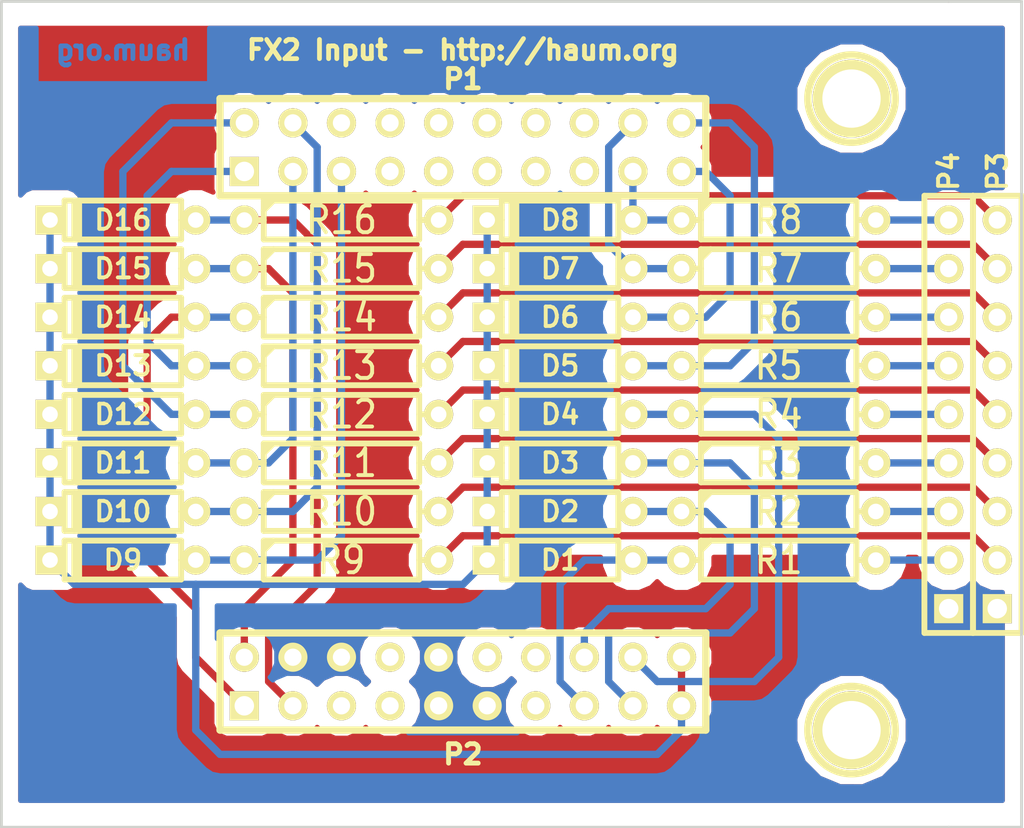
<source format=kicad_pcb>
(kicad_pcb (version 3) (host pcbnew "(2013-mar-13)-testing")

  (general
    (links 71)
    (no_connects 0)
    (area 144.704999 93.904999 200.2536 137.235001)
    (thickness 1.6)
    (drawings 8)
    (tracks 155)
    (zones 0)
    (modules 38)
    (nets 52)
  )

  (page A4)
  (layers
    (15 F.Cu mixed)
    (0 B.Cu signal)
    (17 F.Adhes user)
    (19 F.Paste user)
    (20 B.SilkS user)
    (21 F.SilkS user)
    (22 B.Mask user)
    (23 F.Mask user)
    (28 Edge.Cuts user)
  )

  (setup
    (last_trace_width 0.254)
    (trace_clearance 0.254)
    (zone_clearance 0.8)
    (zone_45_only no)
    (trace_min 0.254)
    (segment_width 0.2)
    (edge_width 0.15)
    (via_size 0.889)
    (via_drill 0.635)
    (via_min_size 0.889)
    (via_min_drill 0.508)
    (uvia_size 0.508)
    (uvia_drill 0.127)
    (uvias_allowed no)
    (uvia_min_size 0.508)
    (uvia_min_drill 0.127)
    (pcb_text_width 0.3)
    (pcb_text_size 1 1)
    (mod_edge_width 0.15)
    (mod_text_size 1 1)
    (mod_text_width 0.15)
    (pad_size 1.524 1.524)
    (pad_drill 0.9)
    (pad_to_mask_clearance 0)
    (aux_axis_origin 0 0)
    (visible_elements 7FFFFF7F)
    (pcbplotparams
      (layerselection 3178497)
      (usegerberextensions true)
      (excludeedgelayer true)
      (linewidth 0.150000)
      (plotframeref false)
      (viasonmask false)
      (mode 1)
      (useauxorigin false)
      (hpglpennumber 1)
      (hpglpenspeed 20)
      (hpglpendiameter 15)
      (hpglpenoverlay 2)
      (psnegative false)
      (psa4output false)
      (plotreference true)
      (plotvalue true)
      (plotothertext true)
      (plotinvisibletext false)
      (padsonsilk false)
      (subtractmaskfromsilk false)
      (outputformat 1)
      (mirror false)
      (drillshape 0)
      (scaleselection 1)
      (outputdirectory ""))
  )

  (net 0 "")
  (net 1 /3.3v)
  (net 2 /GND)
  (net 3 /PB0)
  (net 4 /PB1)
  (net 5 /PB2)
  (net 6 /PB3)
  (net 7 /PB4)
  (net 8 /PB5)
  (net 9 /PB6)
  (net 10 /PB7)
  (net 11 /PD0)
  (net 12 /PD1)
  (net 13 /PD2)
  (net 14 /PD3)
  (net 15 /PD4)
  (net 16 /PD5)
  (net 17 /PD6)
  (net 18 /PD7)
  (net 19 N-0000011)
  (net 20 N-0000012)
  (net 21 N-0000013)
  (net 22 N-0000014)
  (net 23 N-0000015)
  (net 24 N-0000016)
  (net 25 N-0000017)
  (net 26 N-0000018)
  (net 27 N-0000019)
  (net 28 N-0000020)
  (net 29 N-0000023)
  (net 30 N-0000024)
  (net 31 N-0000025)
  (net 32 N-0000026)
  (net 33 N-0000027)
  (net 34 N-0000028)
  (net 35 N-0000029)
  (net 36 N-0000030)
  (net 37 N-0000031)
  (net 38 N-0000032)
  (net 39 N-0000033)
  (net 40 N-0000034)
  (net 41 N-0000035)
  (net 42 N-0000036)
  (net 43 N-0000037)
  (net 44 N-0000038)
  (net 45 N-0000039)
  (net 46 N-0000040)
  (net 47 N-0000041)
  (net 48 N-0000042)
  (net 49 N-0000049)
  (net 50 N-0000050)
  (net 51 N-0000051)

  (net_class Default "Ceci est la Netclass par défaut"
    (clearance 0.254)
    (trace_width 0.254)
    (via_dia 0.889)
    (via_drill 0.635)
    (uvia_dia 0.508)
    (uvia_drill 0.127)
    (add_net "")
  )

  (net_class signal ""
    (clearance 0.254)
    (trace_width 0.382)
    (via_dia 0.889)
    (via_drill 0.635)
    (uvia_dia 0.508)
    (uvia_drill 0.127)
    (add_net /3.3v)
    (add_net /GND)
    (add_net /PB0)
    (add_net /PB1)
    (add_net /PB2)
    (add_net /PB3)
    (add_net /PB4)
    (add_net /PB5)
    (add_net /PB6)
    (add_net /PB7)
    (add_net /PD0)
    (add_net /PD1)
    (add_net /PD2)
    (add_net /PD3)
    (add_net /PD4)
    (add_net /PD5)
    (add_net /PD6)
    (add_net /PD7)
    (add_net N-0000011)
    (add_net N-0000012)
    (add_net N-0000013)
    (add_net N-0000014)
    (add_net N-0000015)
    (add_net N-0000016)
    (add_net N-0000017)
    (add_net N-0000018)
    (add_net N-0000019)
    (add_net N-0000020)
    (add_net N-0000023)
    (add_net N-0000024)
    (add_net N-0000025)
    (add_net N-0000026)
    (add_net N-0000027)
    (add_net N-0000028)
    (add_net N-0000029)
    (add_net N-0000030)
    (add_net N-0000031)
    (add_net N-0000032)
    (add_net N-0000033)
    (add_net N-0000034)
    (add_net N-0000035)
    (add_net N-0000036)
    (add_net N-0000037)
    (add_net N-0000038)
    (add_net N-0000039)
    (add_net N-0000040)
    (add_net N-0000041)
    (add_net N-0000042)
    (add_net N-0000049)
    (add_net N-0000050)
    (add_net N-0000051)
  )

  (module D3   placed (layer F.Cu) (tedit 200000) (tstamp 52F24625)
    (at 173.99 123.19 180)
    (descr "Diode 3 pas")
    (tags "DIODE DEV")
    (path /52F210B2)
    (fp_text reference D1 (at 0 0 180) (layer F.SilkS)
      (effects (font (size 1.016 1.016) (thickness 0.2032)))
    )
    (fp_text value 3.3 (at 0 0 180) (layer F.SilkS) hide
      (effects (font (size 1.016 1.016) (thickness 0.2032)))
    )
    (fp_line (start 3.81 0) (end 3.048 0) (layer F.SilkS) (width 0.3048))
    (fp_line (start 3.048 0) (end 3.048 -1.016) (layer F.SilkS) (width 0.3048))
    (fp_line (start 3.048 -1.016) (end -3.048 -1.016) (layer F.SilkS) (width 0.3048))
    (fp_line (start -3.048 -1.016) (end -3.048 0) (layer F.SilkS) (width 0.3048))
    (fp_line (start -3.048 0) (end -3.81 0) (layer F.SilkS) (width 0.3048))
    (fp_line (start -3.048 0) (end -3.048 1.016) (layer F.SilkS) (width 0.3048))
    (fp_line (start -3.048 1.016) (end 3.048 1.016) (layer F.SilkS) (width 0.3048))
    (fp_line (start 3.048 1.016) (end 3.048 0) (layer F.SilkS) (width 0.3048))
    (fp_line (start 2.54 -1.016) (end 2.54 1.016) (layer F.SilkS) (width 0.3048))
    (fp_line (start 2.286 1.016) (end 2.286 -1.016) (layer F.SilkS) (width 0.3048))
    (pad 2 thru_hole rect (at 3.81 0 180) (size 1.524 1.524) (drill 0.8128)
      (layers *.Cu *.Mask F.SilkS)
      (net 1 /3.3v)
    )
    (pad 1 thru_hole circle (at -3.81 0 180) (size 1.524 1.524) (drill 0.8128)
      (layers *.Cu *.Mask F.SilkS)
      (net 3 /PB0)
    )
    (model discret/diode.wrl
      (at (xyz 0 0 0))
      (scale (xyz 0.3 0.3 0.3))
      (rotate (xyz 0 0 0))
    )
  )

  (module D3   placed (layer F.Cu) (tedit 200000) (tstamp 52F24635)
    (at 173.99 120.65 180)
    (descr "Diode 3 pas")
    (tags "DIODE DEV")
    (path /52F248A1)
    (fp_text reference D2 (at 0 0 180) (layer F.SilkS)
      (effects (font (size 1.016 1.016) (thickness 0.2032)))
    )
    (fp_text value 3.3 (at 0 0 180) (layer F.SilkS) hide
      (effects (font (size 1.016 1.016) (thickness 0.2032)))
    )
    (fp_line (start 3.81 0) (end 3.048 0) (layer F.SilkS) (width 0.3048))
    (fp_line (start 3.048 0) (end 3.048 -1.016) (layer F.SilkS) (width 0.3048))
    (fp_line (start 3.048 -1.016) (end -3.048 -1.016) (layer F.SilkS) (width 0.3048))
    (fp_line (start -3.048 -1.016) (end -3.048 0) (layer F.SilkS) (width 0.3048))
    (fp_line (start -3.048 0) (end -3.81 0) (layer F.SilkS) (width 0.3048))
    (fp_line (start -3.048 0) (end -3.048 1.016) (layer F.SilkS) (width 0.3048))
    (fp_line (start -3.048 1.016) (end 3.048 1.016) (layer F.SilkS) (width 0.3048))
    (fp_line (start 3.048 1.016) (end 3.048 0) (layer F.SilkS) (width 0.3048))
    (fp_line (start 2.54 -1.016) (end 2.54 1.016) (layer F.SilkS) (width 0.3048))
    (fp_line (start 2.286 1.016) (end 2.286 -1.016) (layer F.SilkS) (width 0.3048))
    (pad 2 thru_hole rect (at 3.81 0 180) (size 1.524 1.524) (drill 0.8128)
      (layers *.Cu *.Mask F.SilkS)
      (net 1 /3.3v)
    )
    (pad 1 thru_hole circle (at -3.81 0 180) (size 1.524 1.524) (drill 0.8128)
      (layers *.Cu *.Mask F.SilkS)
      (net 4 /PB1)
    )
    (model discret/diode.wrl
      (at (xyz 0 0 0))
      (scale (xyz 0.3 0.3 0.3))
      (rotate (xyz 0 0 0))
    )
  )

  (module D3   placed (layer F.Cu) (tedit 200000) (tstamp 52F24645)
    (at 173.99 118.11 180)
    (descr "Diode 3 pas")
    (tags "DIODE DEV")
    (path /52F248A7)
    (fp_text reference D3 (at 0 0 180) (layer F.SilkS)
      (effects (font (size 1.016 1.016) (thickness 0.2032)))
    )
    (fp_text value 3.3 (at 0 0 180) (layer F.SilkS) hide
      (effects (font (size 1.016 1.016) (thickness 0.2032)))
    )
    (fp_line (start 3.81 0) (end 3.048 0) (layer F.SilkS) (width 0.3048))
    (fp_line (start 3.048 0) (end 3.048 -1.016) (layer F.SilkS) (width 0.3048))
    (fp_line (start 3.048 -1.016) (end -3.048 -1.016) (layer F.SilkS) (width 0.3048))
    (fp_line (start -3.048 -1.016) (end -3.048 0) (layer F.SilkS) (width 0.3048))
    (fp_line (start -3.048 0) (end -3.81 0) (layer F.SilkS) (width 0.3048))
    (fp_line (start -3.048 0) (end -3.048 1.016) (layer F.SilkS) (width 0.3048))
    (fp_line (start -3.048 1.016) (end 3.048 1.016) (layer F.SilkS) (width 0.3048))
    (fp_line (start 3.048 1.016) (end 3.048 0) (layer F.SilkS) (width 0.3048))
    (fp_line (start 2.54 -1.016) (end 2.54 1.016) (layer F.SilkS) (width 0.3048))
    (fp_line (start 2.286 1.016) (end 2.286 -1.016) (layer F.SilkS) (width 0.3048))
    (pad 2 thru_hole rect (at 3.81 0 180) (size 1.524 1.524) (drill 0.8128)
      (layers *.Cu *.Mask F.SilkS)
      (net 1 /3.3v)
    )
    (pad 1 thru_hole circle (at -3.81 0 180) (size 1.524 1.524) (drill 0.8128)
      (layers *.Cu *.Mask F.SilkS)
      (net 5 /PB2)
    )
    (model discret/diode.wrl
      (at (xyz 0 0 0))
      (scale (xyz 0.3 0.3 0.3))
      (rotate (xyz 0 0 0))
    )
  )

  (module D3   placed (layer F.Cu) (tedit 200000) (tstamp 52F24655)
    (at 173.99 115.57 180)
    (descr "Diode 3 pas")
    (tags "DIODE DEV")
    (path /52F248AD)
    (fp_text reference D4 (at 0 0 180) (layer F.SilkS)
      (effects (font (size 1.016 1.016) (thickness 0.2032)))
    )
    (fp_text value 3.3 (at 0 0 180) (layer F.SilkS) hide
      (effects (font (size 1.016 1.016) (thickness 0.2032)))
    )
    (fp_line (start 3.81 0) (end 3.048 0) (layer F.SilkS) (width 0.3048))
    (fp_line (start 3.048 0) (end 3.048 -1.016) (layer F.SilkS) (width 0.3048))
    (fp_line (start 3.048 -1.016) (end -3.048 -1.016) (layer F.SilkS) (width 0.3048))
    (fp_line (start -3.048 -1.016) (end -3.048 0) (layer F.SilkS) (width 0.3048))
    (fp_line (start -3.048 0) (end -3.81 0) (layer F.SilkS) (width 0.3048))
    (fp_line (start -3.048 0) (end -3.048 1.016) (layer F.SilkS) (width 0.3048))
    (fp_line (start -3.048 1.016) (end 3.048 1.016) (layer F.SilkS) (width 0.3048))
    (fp_line (start 3.048 1.016) (end 3.048 0) (layer F.SilkS) (width 0.3048))
    (fp_line (start 2.54 -1.016) (end 2.54 1.016) (layer F.SilkS) (width 0.3048))
    (fp_line (start 2.286 1.016) (end 2.286 -1.016) (layer F.SilkS) (width 0.3048))
    (pad 2 thru_hole rect (at 3.81 0 180) (size 1.524 1.524) (drill 0.8128)
      (layers *.Cu *.Mask F.SilkS)
      (net 1 /3.3v)
    )
    (pad 1 thru_hole circle (at -3.81 0 180) (size 1.524 1.524) (drill 0.8128)
      (layers *.Cu *.Mask F.SilkS)
      (net 6 /PB3)
    )
    (model discret/diode.wrl
      (at (xyz 0 0 0))
      (scale (xyz 0.3 0.3 0.3))
      (rotate (xyz 0 0 0))
    )
  )

  (module D3   placed (layer F.Cu) (tedit 200000) (tstamp 52F24665)
    (at 173.99 113.03 180)
    (descr "Diode 3 pas")
    (tags "DIODE DEV")
    (path /52F248B3)
    (fp_text reference D5 (at 0 0 180) (layer F.SilkS)
      (effects (font (size 1.016 1.016) (thickness 0.2032)))
    )
    (fp_text value 3.3 (at 0 0 180) (layer F.SilkS) hide
      (effects (font (size 1.016 1.016) (thickness 0.2032)))
    )
    (fp_line (start 3.81 0) (end 3.048 0) (layer F.SilkS) (width 0.3048))
    (fp_line (start 3.048 0) (end 3.048 -1.016) (layer F.SilkS) (width 0.3048))
    (fp_line (start 3.048 -1.016) (end -3.048 -1.016) (layer F.SilkS) (width 0.3048))
    (fp_line (start -3.048 -1.016) (end -3.048 0) (layer F.SilkS) (width 0.3048))
    (fp_line (start -3.048 0) (end -3.81 0) (layer F.SilkS) (width 0.3048))
    (fp_line (start -3.048 0) (end -3.048 1.016) (layer F.SilkS) (width 0.3048))
    (fp_line (start -3.048 1.016) (end 3.048 1.016) (layer F.SilkS) (width 0.3048))
    (fp_line (start 3.048 1.016) (end 3.048 0) (layer F.SilkS) (width 0.3048))
    (fp_line (start 2.54 -1.016) (end 2.54 1.016) (layer F.SilkS) (width 0.3048))
    (fp_line (start 2.286 1.016) (end 2.286 -1.016) (layer F.SilkS) (width 0.3048))
    (pad 2 thru_hole rect (at 3.81 0 180) (size 1.524 1.524) (drill 0.8128)
      (layers *.Cu *.Mask F.SilkS)
      (net 1 /3.3v)
    )
    (pad 1 thru_hole circle (at -3.81 0 180) (size 1.524 1.524) (drill 0.8128)
      (layers *.Cu *.Mask F.SilkS)
      (net 7 /PB4)
    )
    (model discret/diode.wrl
      (at (xyz 0 0 0))
      (scale (xyz 0.3 0.3 0.3))
      (rotate (xyz 0 0 0))
    )
  )

  (module D3   placed (layer F.Cu) (tedit 200000) (tstamp 52F24675)
    (at 173.99 110.49 180)
    (descr "Diode 3 pas")
    (tags "DIODE DEV")
    (path /52F248B9)
    (fp_text reference D6 (at 0 0 180) (layer F.SilkS)
      (effects (font (size 1.016 1.016) (thickness 0.2032)))
    )
    (fp_text value 3.3 (at 0 0 180) (layer F.SilkS) hide
      (effects (font (size 1.016 1.016) (thickness 0.2032)))
    )
    (fp_line (start 3.81 0) (end 3.048 0) (layer F.SilkS) (width 0.3048))
    (fp_line (start 3.048 0) (end 3.048 -1.016) (layer F.SilkS) (width 0.3048))
    (fp_line (start 3.048 -1.016) (end -3.048 -1.016) (layer F.SilkS) (width 0.3048))
    (fp_line (start -3.048 -1.016) (end -3.048 0) (layer F.SilkS) (width 0.3048))
    (fp_line (start -3.048 0) (end -3.81 0) (layer F.SilkS) (width 0.3048))
    (fp_line (start -3.048 0) (end -3.048 1.016) (layer F.SilkS) (width 0.3048))
    (fp_line (start -3.048 1.016) (end 3.048 1.016) (layer F.SilkS) (width 0.3048))
    (fp_line (start 3.048 1.016) (end 3.048 0) (layer F.SilkS) (width 0.3048))
    (fp_line (start 2.54 -1.016) (end 2.54 1.016) (layer F.SilkS) (width 0.3048))
    (fp_line (start 2.286 1.016) (end 2.286 -1.016) (layer F.SilkS) (width 0.3048))
    (pad 2 thru_hole rect (at 3.81 0 180) (size 1.524 1.524) (drill 0.8128)
      (layers *.Cu *.Mask F.SilkS)
      (net 1 /3.3v)
    )
    (pad 1 thru_hole circle (at -3.81 0 180) (size 1.524 1.524) (drill 0.8128)
      (layers *.Cu *.Mask F.SilkS)
      (net 8 /PB5)
    )
    (model discret/diode.wrl
      (at (xyz 0 0 0))
      (scale (xyz 0.3 0.3 0.3))
      (rotate (xyz 0 0 0))
    )
  )

  (module D3   placed (layer F.Cu) (tedit 200000) (tstamp 52F24685)
    (at 173.99 107.95 180)
    (descr "Diode 3 pas")
    (tags "DIODE DEV")
    (path /52F248BF)
    (fp_text reference D7 (at 0 0 180) (layer F.SilkS)
      (effects (font (size 1.016 1.016) (thickness 0.2032)))
    )
    (fp_text value 3.3 (at 0 0 180) (layer F.SilkS) hide
      (effects (font (size 1.016 1.016) (thickness 0.2032)))
    )
    (fp_line (start 3.81 0) (end 3.048 0) (layer F.SilkS) (width 0.3048))
    (fp_line (start 3.048 0) (end 3.048 -1.016) (layer F.SilkS) (width 0.3048))
    (fp_line (start 3.048 -1.016) (end -3.048 -1.016) (layer F.SilkS) (width 0.3048))
    (fp_line (start -3.048 -1.016) (end -3.048 0) (layer F.SilkS) (width 0.3048))
    (fp_line (start -3.048 0) (end -3.81 0) (layer F.SilkS) (width 0.3048))
    (fp_line (start -3.048 0) (end -3.048 1.016) (layer F.SilkS) (width 0.3048))
    (fp_line (start -3.048 1.016) (end 3.048 1.016) (layer F.SilkS) (width 0.3048))
    (fp_line (start 3.048 1.016) (end 3.048 0) (layer F.SilkS) (width 0.3048))
    (fp_line (start 2.54 -1.016) (end 2.54 1.016) (layer F.SilkS) (width 0.3048))
    (fp_line (start 2.286 1.016) (end 2.286 -1.016) (layer F.SilkS) (width 0.3048))
    (pad 2 thru_hole rect (at 3.81 0 180) (size 1.524 1.524) (drill 0.8128)
      (layers *.Cu *.Mask F.SilkS)
      (net 1 /3.3v)
    )
    (pad 1 thru_hole circle (at -3.81 0 180) (size 1.524 1.524) (drill 0.8128)
      (layers *.Cu *.Mask F.SilkS)
      (net 9 /PB6)
    )
    (model discret/diode.wrl
      (at (xyz 0 0 0))
      (scale (xyz 0.3 0.3 0.3))
      (rotate (xyz 0 0 0))
    )
  )

  (module D3   placed (layer F.Cu) (tedit 200000) (tstamp 52F24695)
    (at 173.99 105.41 180)
    (descr "Diode 3 pas")
    (tags "DIODE DEV")
    (path /52F248C5)
    (fp_text reference D8 (at 0 0 180) (layer F.SilkS)
      (effects (font (size 1.016 1.016) (thickness 0.2032)))
    )
    (fp_text value 3.3 (at 0 0 180) (layer F.SilkS) hide
      (effects (font (size 1.016 1.016) (thickness 0.2032)))
    )
    (fp_line (start 3.81 0) (end 3.048 0) (layer F.SilkS) (width 0.3048))
    (fp_line (start 3.048 0) (end 3.048 -1.016) (layer F.SilkS) (width 0.3048))
    (fp_line (start 3.048 -1.016) (end -3.048 -1.016) (layer F.SilkS) (width 0.3048))
    (fp_line (start -3.048 -1.016) (end -3.048 0) (layer F.SilkS) (width 0.3048))
    (fp_line (start -3.048 0) (end -3.81 0) (layer F.SilkS) (width 0.3048))
    (fp_line (start -3.048 0) (end -3.048 1.016) (layer F.SilkS) (width 0.3048))
    (fp_line (start -3.048 1.016) (end 3.048 1.016) (layer F.SilkS) (width 0.3048))
    (fp_line (start 3.048 1.016) (end 3.048 0) (layer F.SilkS) (width 0.3048))
    (fp_line (start 2.54 -1.016) (end 2.54 1.016) (layer F.SilkS) (width 0.3048))
    (fp_line (start 2.286 1.016) (end 2.286 -1.016) (layer F.SilkS) (width 0.3048))
    (pad 2 thru_hole rect (at 3.81 0 180) (size 1.524 1.524) (drill 0.8128)
      (layers *.Cu *.Mask F.SilkS)
      (net 1 /3.3v)
    )
    (pad 1 thru_hole circle (at -3.81 0 180) (size 1.524 1.524) (drill 0.8128)
      (layers *.Cu *.Mask F.SilkS)
      (net 10 /PB7)
    )
    (model discret/diode.wrl
      (at (xyz 0 0 0))
      (scale (xyz 0.3 0.3 0.3))
      (rotate (xyz 0 0 0))
    )
  )

  (module D3   placed (layer F.Cu) (tedit 200000) (tstamp 52F246A5)
    (at 151.13 123.19 180)
    (descr "Diode 3 pas")
    (tags "DIODE DEV")
    (path /52F248CB)
    (fp_text reference D9 (at 0 0 180) (layer F.SilkS)
      (effects (font (size 1.016 1.016) (thickness 0.2032)))
    )
    (fp_text value 3.3 (at 0 0 180) (layer F.SilkS) hide
      (effects (font (size 1.016 1.016) (thickness 0.2032)))
    )
    (fp_line (start 3.81 0) (end 3.048 0) (layer F.SilkS) (width 0.3048))
    (fp_line (start 3.048 0) (end 3.048 -1.016) (layer F.SilkS) (width 0.3048))
    (fp_line (start 3.048 -1.016) (end -3.048 -1.016) (layer F.SilkS) (width 0.3048))
    (fp_line (start -3.048 -1.016) (end -3.048 0) (layer F.SilkS) (width 0.3048))
    (fp_line (start -3.048 0) (end -3.81 0) (layer F.SilkS) (width 0.3048))
    (fp_line (start -3.048 0) (end -3.048 1.016) (layer F.SilkS) (width 0.3048))
    (fp_line (start -3.048 1.016) (end 3.048 1.016) (layer F.SilkS) (width 0.3048))
    (fp_line (start 3.048 1.016) (end 3.048 0) (layer F.SilkS) (width 0.3048))
    (fp_line (start 2.54 -1.016) (end 2.54 1.016) (layer F.SilkS) (width 0.3048))
    (fp_line (start 2.286 1.016) (end 2.286 -1.016) (layer F.SilkS) (width 0.3048))
    (pad 2 thru_hole rect (at 3.81 0 180) (size 1.524 1.524) (drill 0.8128)
      (layers *.Cu *.Mask F.SilkS)
      (net 1 /3.3v)
    )
    (pad 1 thru_hole circle (at -3.81 0 180) (size 1.524 1.524) (drill 0.8128)
      (layers *.Cu *.Mask F.SilkS)
      (net 11 /PD0)
    )
    (model discret/diode.wrl
      (at (xyz 0 0 0))
      (scale (xyz 0.3 0.3 0.3))
      (rotate (xyz 0 0 0))
    )
  )

  (module D3   placed (layer F.Cu) (tedit 200000) (tstamp 52F246B5)
    (at 151.13 120.65 180)
    (descr "Diode 3 pas")
    (tags "DIODE DEV")
    (path /52F248D1)
    (fp_text reference D10 (at 0 0 180) (layer F.SilkS)
      (effects (font (size 1.016 1.016) (thickness 0.2032)))
    )
    (fp_text value 3.3 (at 0 0 180) (layer F.SilkS) hide
      (effects (font (size 1.016 1.016) (thickness 0.2032)))
    )
    (fp_line (start 3.81 0) (end 3.048 0) (layer F.SilkS) (width 0.3048))
    (fp_line (start 3.048 0) (end 3.048 -1.016) (layer F.SilkS) (width 0.3048))
    (fp_line (start 3.048 -1.016) (end -3.048 -1.016) (layer F.SilkS) (width 0.3048))
    (fp_line (start -3.048 -1.016) (end -3.048 0) (layer F.SilkS) (width 0.3048))
    (fp_line (start -3.048 0) (end -3.81 0) (layer F.SilkS) (width 0.3048))
    (fp_line (start -3.048 0) (end -3.048 1.016) (layer F.SilkS) (width 0.3048))
    (fp_line (start -3.048 1.016) (end 3.048 1.016) (layer F.SilkS) (width 0.3048))
    (fp_line (start 3.048 1.016) (end 3.048 0) (layer F.SilkS) (width 0.3048))
    (fp_line (start 2.54 -1.016) (end 2.54 1.016) (layer F.SilkS) (width 0.3048))
    (fp_line (start 2.286 1.016) (end 2.286 -1.016) (layer F.SilkS) (width 0.3048))
    (pad 2 thru_hole rect (at 3.81 0 180) (size 1.524 1.524) (drill 0.8128)
      (layers *.Cu *.Mask F.SilkS)
      (net 1 /3.3v)
    )
    (pad 1 thru_hole circle (at -3.81 0 180) (size 1.524 1.524) (drill 0.8128)
      (layers *.Cu *.Mask F.SilkS)
      (net 12 /PD1)
    )
    (model discret/diode.wrl
      (at (xyz 0 0 0))
      (scale (xyz 0.3 0.3 0.3))
      (rotate (xyz 0 0 0))
    )
  )

  (module D3   placed (layer F.Cu) (tedit 200000) (tstamp 52F246C5)
    (at 151.13 118.11 180)
    (descr "Diode 3 pas")
    (tags "DIODE DEV")
    (path /52F248D7)
    (fp_text reference D11 (at 0 0 180) (layer F.SilkS)
      (effects (font (size 1.016 1.016) (thickness 0.2032)))
    )
    (fp_text value 3.3 (at 0 0 180) (layer F.SilkS) hide
      (effects (font (size 1.016 1.016) (thickness 0.2032)))
    )
    (fp_line (start 3.81 0) (end 3.048 0) (layer F.SilkS) (width 0.3048))
    (fp_line (start 3.048 0) (end 3.048 -1.016) (layer F.SilkS) (width 0.3048))
    (fp_line (start 3.048 -1.016) (end -3.048 -1.016) (layer F.SilkS) (width 0.3048))
    (fp_line (start -3.048 -1.016) (end -3.048 0) (layer F.SilkS) (width 0.3048))
    (fp_line (start -3.048 0) (end -3.81 0) (layer F.SilkS) (width 0.3048))
    (fp_line (start -3.048 0) (end -3.048 1.016) (layer F.SilkS) (width 0.3048))
    (fp_line (start -3.048 1.016) (end 3.048 1.016) (layer F.SilkS) (width 0.3048))
    (fp_line (start 3.048 1.016) (end 3.048 0) (layer F.SilkS) (width 0.3048))
    (fp_line (start 2.54 -1.016) (end 2.54 1.016) (layer F.SilkS) (width 0.3048))
    (fp_line (start 2.286 1.016) (end 2.286 -1.016) (layer F.SilkS) (width 0.3048))
    (pad 2 thru_hole rect (at 3.81 0 180) (size 1.524 1.524) (drill 0.8128)
      (layers *.Cu *.Mask F.SilkS)
      (net 1 /3.3v)
    )
    (pad 1 thru_hole circle (at -3.81 0 180) (size 1.524 1.524) (drill 0.8128)
      (layers *.Cu *.Mask F.SilkS)
      (net 13 /PD2)
    )
    (model discret/diode.wrl
      (at (xyz 0 0 0))
      (scale (xyz 0.3 0.3 0.3))
      (rotate (xyz 0 0 0))
    )
  )

  (module D3   placed (layer F.Cu) (tedit 200000) (tstamp 52F246D5)
    (at 151.13 115.57 180)
    (descr "Diode 3 pas")
    (tags "DIODE DEV")
    (path /52F248E3)
    (fp_text reference D12 (at 0 0 180) (layer F.SilkS)
      (effects (font (size 1.016 1.016) (thickness 0.2032)))
    )
    (fp_text value 3.3 (at 0 0 180) (layer F.SilkS) hide
      (effects (font (size 1.016 1.016) (thickness 0.2032)))
    )
    (fp_line (start 3.81 0) (end 3.048 0) (layer F.SilkS) (width 0.3048))
    (fp_line (start 3.048 0) (end 3.048 -1.016) (layer F.SilkS) (width 0.3048))
    (fp_line (start 3.048 -1.016) (end -3.048 -1.016) (layer F.SilkS) (width 0.3048))
    (fp_line (start -3.048 -1.016) (end -3.048 0) (layer F.SilkS) (width 0.3048))
    (fp_line (start -3.048 0) (end -3.81 0) (layer F.SilkS) (width 0.3048))
    (fp_line (start -3.048 0) (end -3.048 1.016) (layer F.SilkS) (width 0.3048))
    (fp_line (start -3.048 1.016) (end 3.048 1.016) (layer F.SilkS) (width 0.3048))
    (fp_line (start 3.048 1.016) (end 3.048 0) (layer F.SilkS) (width 0.3048))
    (fp_line (start 2.54 -1.016) (end 2.54 1.016) (layer F.SilkS) (width 0.3048))
    (fp_line (start 2.286 1.016) (end 2.286 -1.016) (layer F.SilkS) (width 0.3048))
    (pad 2 thru_hole rect (at 3.81 0 180) (size 1.524 1.524) (drill 0.8128)
      (layers *.Cu *.Mask F.SilkS)
      (net 1 /3.3v)
    )
    (pad 1 thru_hole circle (at -3.81 0 180) (size 1.524 1.524) (drill 0.8128)
      (layers *.Cu *.Mask F.SilkS)
      (net 14 /PD3)
    )
    (model discret/diode.wrl
      (at (xyz 0 0 0))
      (scale (xyz 0.3 0.3 0.3))
      (rotate (xyz 0 0 0))
    )
  )

  (module D3   placed (layer F.Cu) (tedit 200000) (tstamp 52F246E5)
    (at 151.13 113.03 180)
    (descr "Diode 3 pas")
    (tags "DIODE DEV")
    (path /52F248E9)
    (fp_text reference D13 (at 0 0 180) (layer F.SilkS)
      (effects (font (size 1.016 1.016) (thickness 0.2032)))
    )
    (fp_text value 3.3 (at 0 0 180) (layer F.SilkS) hide
      (effects (font (size 1.016 1.016) (thickness 0.2032)))
    )
    (fp_line (start 3.81 0) (end 3.048 0) (layer F.SilkS) (width 0.3048))
    (fp_line (start 3.048 0) (end 3.048 -1.016) (layer F.SilkS) (width 0.3048))
    (fp_line (start 3.048 -1.016) (end -3.048 -1.016) (layer F.SilkS) (width 0.3048))
    (fp_line (start -3.048 -1.016) (end -3.048 0) (layer F.SilkS) (width 0.3048))
    (fp_line (start -3.048 0) (end -3.81 0) (layer F.SilkS) (width 0.3048))
    (fp_line (start -3.048 0) (end -3.048 1.016) (layer F.SilkS) (width 0.3048))
    (fp_line (start -3.048 1.016) (end 3.048 1.016) (layer F.SilkS) (width 0.3048))
    (fp_line (start 3.048 1.016) (end 3.048 0) (layer F.SilkS) (width 0.3048))
    (fp_line (start 2.54 -1.016) (end 2.54 1.016) (layer F.SilkS) (width 0.3048))
    (fp_line (start 2.286 1.016) (end 2.286 -1.016) (layer F.SilkS) (width 0.3048))
    (pad 2 thru_hole rect (at 3.81 0 180) (size 1.524 1.524) (drill 0.8128)
      (layers *.Cu *.Mask F.SilkS)
      (net 1 /3.3v)
    )
    (pad 1 thru_hole circle (at -3.81 0 180) (size 1.524 1.524) (drill 0.8128)
      (layers *.Cu *.Mask F.SilkS)
      (net 15 /PD4)
    )
    (model discret/diode.wrl
      (at (xyz 0 0 0))
      (scale (xyz 0.3 0.3 0.3))
      (rotate (xyz 0 0 0))
    )
  )

  (module D3   placed (layer F.Cu) (tedit 200000) (tstamp 52F246F5)
    (at 151.13 110.49 180)
    (descr "Diode 3 pas")
    (tags "DIODE DEV")
    (path /52F248EF)
    (fp_text reference D14 (at 0 0 180) (layer F.SilkS)
      (effects (font (size 1.016 1.016) (thickness 0.2032)))
    )
    (fp_text value 3.3 (at 0 0 180) (layer F.SilkS) hide
      (effects (font (size 1.016 1.016) (thickness 0.2032)))
    )
    (fp_line (start 3.81 0) (end 3.048 0) (layer F.SilkS) (width 0.3048))
    (fp_line (start 3.048 0) (end 3.048 -1.016) (layer F.SilkS) (width 0.3048))
    (fp_line (start 3.048 -1.016) (end -3.048 -1.016) (layer F.SilkS) (width 0.3048))
    (fp_line (start -3.048 -1.016) (end -3.048 0) (layer F.SilkS) (width 0.3048))
    (fp_line (start -3.048 0) (end -3.81 0) (layer F.SilkS) (width 0.3048))
    (fp_line (start -3.048 0) (end -3.048 1.016) (layer F.SilkS) (width 0.3048))
    (fp_line (start -3.048 1.016) (end 3.048 1.016) (layer F.SilkS) (width 0.3048))
    (fp_line (start 3.048 1.016) (end 3.048 0) (layer F.SilkS) (width 0.3048))
    (fp_line (start 2.54 -1.016) (end 2.54 1.016) (layer F.SilkS) (width 0.3048))
    (fp_line (start 2.286 1.016) (end 2.286 -1.016) (layer F.SilkS) (width 0.3048))
    (pad 2 thru_hole rect (at 3.81 0 180) (size 1.524 1.524) (drill 0.8128)
      (layers *.Cu *.Mask F.SilkS)
      (net 1 /3.3v)
    )
    (pad 1 thru_hole circle (at -3.81 0 180) (size 1.524 1.524) (drill 0.8128)
      (layers *.Cu *.Mask F.SilkS)
      (net 16 /PD5)
    )
    (model discret/diode.wrl
      (at (xyz 0 0 0))
      (scale (xyz 0.3 0.3 0.3))
      (rotate (xyz 0 0 0))
    )
  )

  (module D3   placed (layer F.Cu) (tedit 200000) (tstamp 52F24705)
    (at 151.13 107.95 180)
    (descr "Diode 3 pas")
    (tags "DIODE DEV")
    (path /52F248F5)
    (fp_text reference D15 (at 0 0 180) (layer F.SilkS)
      (effects (font (size 1.016 1.016) (thickness 0.2032)))
    )
    (fp_text value 3.3 (at 0 0 180) (layer F.SilkS) hide
      (effects (font (size 1.016 1.016) (thickness 0.2032)))
    )
    (fp_line (start 3.81 0) (end 3.048 0) (layer F.SilkS) (width 0.3048))
    (fp_line (start 3.048 0) (end 3.048 -1.016) (layer F.SilkS) (width 0.3048))
    (fp_line (start 3.048 -1.016) (end -3.048 -1.016) (layer F.SilkS) (width 0.3048))
    (fp_line (start -3.048 -1.016) (end -3.048 0) (layer F.SilkS) (width 0.3048))
    (fp_line (start -3.048 0) (end -3.81 0) (layer F.SilkS) (width 0.3048))
    (fp_line (start -3.048 0) (end -3.048 1.016) (layer F.SilkS) (width 0.3048))
    (fp_line (start -3.048 1.016) (end 3.048 1.016) (layer F.SilkS) (width 0.3048))
    (fp_line (start 3.048 1.016) (end 3.048 0) (layer F.SilkS) (width 0.3048))
    (fp_line (start 2.54 -1.016) (end 2.54 1.016) (layer F.SilkS) (width 0.3048))
    (fp_line (start 2.286 1.016) (end 2.286 -1.016) (layer F.SilkS) (width 0.3048))
    (pad 2 thru_hole rect (at 3.81 0 180) (size 1.524 1.524) (drill 0.8128)
      (layers *.Cu *.Mask F.SilkS)
      (net 1 /3.3v)
    )
    (pad 1 thru_hole circle (at -3.81 0 180) (size 1.524 1.524) (drill 0.8128)
      (layers *.Cu *.Mask F.SilkS)
      (net 17 /PD6)
    )
    (model discret/diode.wrl
      (at (xyz 0 0 0))
      (scale (xyz 0.3 0.3 0.3))
      (rotate (xyz 0 0 0))
    )
  )

  (module D3   placed (layer F.Cu) (tedit 52F2BAC4) (tstamp 52F24715)
    (at 151.13 105.41 180)
    (descr "Diode 3 pas")
    (tags "DIODE DEV")
    (path /52F248FB)
    (fp_text reference D16 (at 0 0 180) (layer F.SilkS)
      (effects (font (size 1.016 1.016) (thickness 0.2032)))
    )
    (fp_text value 3.3 (at 0 0 180) (layer F.SilkS) hide
      (effects (font (size 1.016 1.016) (thickness 0.2032)))
    )
    (fp_line (start 3.81 0) (end 3.048 0) (layer F.SilkS) (width 0.3048))
    (fp_line (start 3.048 0) (end 3.048 -1.016) (layer F.SilkS) (width 0.3048))
    (fp_line (start 3.048 -1.016) (end -3.048 -1.016) (layer F.SilkS) (width 0.3048))
    (fp_line (start -3.048 -1.016) (end -3.048 0) (layer F.SilkS) (width 0.3048))
    (fp_line (start -3.048 0) (end -3.81 0) (layer F.SilkS) (width 0.3048))
    (fp_line (start -3.048 0) (end -3.048 1.016) (layer F.SilkS) (width 0.3048))
    (fp_line (start -3.048 1.016) (end 3.048 1.016) (layer F.SilkS) (width 0.3048))
    (fp_line (start 3.048 1.016) (end 3.048 0) (layer F.SilkS) (width 0.3048))
    (fp_line (start 2.54 -1.016) (end 2.54 1.016) (layer F.SilkS) (width 0.3048))
    (fp_line (start 2.286 1.016) (end 2.286 -1.016) (layer F.SilkS) (width 0.3048))
    (pad 2 thru_hole rect (at 3.81 0 180) (size 1.524 1.524) (drill 0.8128)
      (layers *.Cu *.Mask F.SilkS)
      (net 1 /3.3v)
    )
    (pad 1 thru_hole circle (at -3.81 0 180) (size 1.524 1.524) (drill 0.8128)
      (layers *.Cu *.Mask F.SilkS)
      (net 18 /PD7)
    )
    (model discret/diode.wrl
      (at (xyz 0 0 0))
      (scale (xyz 0.3 0.3 0.3))
      (rotate (xyz 0 0 0))
    )
  )

  (module R4   placed (layer F.Cu) (tedit 52F2B0FF) (tstamp 52F24723)
    (at 185.42 123.19)
    (descr "Resitance 4 pas")
    (tags R)
    (path /52F21023)
    (autoplace_cost180 10)
    (fp_text reference R1 (at 0 0) (layer F.SilkS)
      (effects (font (size 1.397 1.27) (thickness 0.2032)))
    )
    (fp_text value R (at 0 0) (layer F.SilkS) hide
      (effects (font (size 1 1) (thickness 0.15)))
    )
    (fp_line (start -5.08 0) (end -4.064 0) (layer F.SilkS) (width 0.3048))
    (fp_line (start -4.064 0) (end -4.064 -1.016) (layer F.SilkS) (width 0.3048))
    (fp_line (start -4.064 -1.016) (end 4.064 -1.016) (layer F.SilkS) (width 0.3048))
    (fp_line (start 4.064 -1.016) (end 4.064 1.016) (layer F.SilkS) (width 0.3048))
    (fp_line (start 4.064 1.016) (end -4.064 1.016) (layer F.SilkS) (width 0.3048))
    (fp_line (start -4.064 1.016) (end -4.064 0) (layer F.SilkS) (width 0.3048))
    (fp_line (start -4.064 -0.508) (end -3.556 -1.016) (layer F.SilkS) (width 0.3048))
    (fp_line (start 5.08 0) (end 4.064 0) (layer F.SilkS) (width 0.3048))
    (pad 1 thru_hole circle (at -5.08 0) (size 1.524 1.524) (drill 0.8128)
      (layers *.Cu *.Mask F.SilkS)
      (net 3 /PB0)
    )
    (pad 2 thru_hole circle (at 5.08 0) (size 1.524 1.524) (drill 0.8128)
      (layers *.Cu *.Mask F.SilkS)
      (net 28 N-0000020)
    )
    (model discret/resistor.wrl
      (at (xyz 0 0 0))
      (scale (xyz 0.4 0.4 0.4))
      (rotate (xyz 0 0 0))
    )
  )

  (module R4   placed (layer F.Cu) (tedit 200000) (tstamp 52F24731)
    (at 185.42 120.65)
    (descr "Resitance 4 pas")
    (tags R)
    (path /52F2103D)
    (autoplace_cost180 10)
    (fp_text reference R2 (at 0 0) (layer F.SilkS)
      (effects (font (size 1.397 1.27) (thickness 0.2032)))
    )
    (fp_text value R (at 0 0) (layer F.SilkS) hide
      (effects (font (size 1.397 1.27) (thickness 0.2032)))
    )
    (fp_line (start -5.08 0) (end -4.064 0) (layer F.SilkS) (width 0.3048))
    (fp_line (start -4.064 0) (end -4.064 -1.016) (layer F.SilkS) (width 0.3048))
    (fp_line (start -4.064 -1.016) (end 4.064 -1.016) (layer F.SilkS) (width 0.3048))
    (fp_line (start 4.064 -1.016) (end 4.064 1.016) (layer F.SilkS) (width 0.3048))
    (fp_line (start 4.064 1.016) (end -4.064 1.016) (layer F.SilkS) (width 0.3048))
    (fp_line (start -4.064 1.016) (end -4.064 0) (layer F.SilkS) (width 0.3048))
    (fp_line (start -4.064 -0.508) (end -3.556 -1.016) (layer F.SilkS) (width 0.3048))
    (fp_line (start 5.08 0) (end 4.064 0) (layer F.SilkS) (width 0.3048))
    (pad 1 thru_hole circle (at -5.08 0) (size 1.524 1.524) (drill 0.8128)
      (layers *.Cu *.Mask F.SilkS)
      (net 4 /PB1)
    )
    (pad 2 thru_hole circle (at 5.08 0) (size 1.524 1.524) (drill 0.8128)
      (layers *.Cu *.Mask F.SilkS)
      (net 29 N-0000023)
    )
    (model discret/resistor.wrl
      (at (xyz 0 0 0))
      (scale (xyz 0.4 0.4 0.4))
      (rotate (xyz 0 0 0))
    )
  )

  (module R4   placed (layer F.Cu) (tedit 200000) (tstamp 52F2473F)
    (at 185.42 118.11)
    (descr "Resitance 4 pas")
    (tags R)
    (path /52F2104C)
    (autoplace_cost180 10)
    (fp_text reference R3 (at 0 0) (layer F.SilkS)
      (effects (font (size 1.397 1.27) (thickness 0.2032)))
    )
    (fp_text value R (at 0 0) (layer F.SilkS) hide
      (effects (font (size 1.397 1.27) (thickness 0.2032)))
    )
    (fp_line (start -5.08 0) (end -4.064 0) (layer F.SilkS) (width 0.3048))
    (fp_line (start -4.064 0) (end -4.064 -1.016) (layer F.SilkS) (width 0.3048))
    (fp_line (start -4.064 -1.016) (end 4.064 -1.016) (layer F.SilkS) (width 0.3048))
    (fp_line (start 4.064 -1.016) (end 4.064 1.016) (layer F.SilkS) (width 0.3048))
    (fp_line (start 4.064 1.016) (end -4.064 1.016) (layer F.SilkS) (width 0.3048))
    (fp_line (start -4.064 1.016) (end -4.064 0) (layer F.SilkS) (width 0.3048))
    (fp_line (start -4.064 -0.508) (end -3.556 -1.016) (layer F.SilkS) (width 0.3048))
    (fp_line (start 5.08 0) (end 4.064 0) (layer F.SilkS) (width 0.3048))
    (pad 1 thru_hole circle (at -5.08 0) (size 1.524 1.524) (drill 0.8128)
      (layers *.Cu *.Mask F.SilkS)
      (net 5 /PB2)
    )
    (pad 2 thru_hole circle (at 5.08 0) (size 1.524 1.524) (drill 0.8128)
      (layers *.Cu *.Mask F.SilkS)
      (net 30 N-0000024)
    )
    (model discret/resistor.wrl
      (at (xyz 0 0 0))
      (scale (xyz 0.4 0.4 0.4))
      (rotate (xyz 0 0 0))
    )
  )

  (module R4   placed (layer F.Cu) (tedit 200000) (tstamp 52F2474D)
    (at 185.42 115.57)
    (descr "Resitance 4 pas")
    (tags R)
    (path /52F2105B)
    (autoplace_cost180 10)
    (fp_text reference R4 (at 0 0) (layer F.SilkS)
      (effects (font (size 1.397 1.27) (thickness 0.2032)))
    )
    (fp_text value R (at 0 0) (layer F.SilkS) hide
      (effects (font (size 1.397 1.27) (thickness 0.2032)))
    )
    (fp_line (start -5.08 0) (end -4.064 0) (layer F.SilkS) (width 0.3048))
    (fp_line (start -4.064 0) (end -4.064 -1.016) (layer F.SilkS) (width 0.3048))
    (fp_line (start -4.064 -1.016) (end 4.064 -1.016) (layer F.SilkS) (width 0.3048))
    (fp_line (start 4.064 -1.016) (end 4.064 1.016) (layer F.SilkS) (width 0.3048))
    (fp_line (start 4.064 1.016) (end -4.064 1.016) (layer F.SilkS) (width 0.3048))
    (fp_line (start -4.064 1.016) (end -4.064 0) (layer F.SilkS) (width 0.3048))
    (fp_line (start -4.064 -0.508) (end -3.556 -1.016) (layer F.SilkS) (width 0.3048))
    (fp_line (start 5.08 0) (end 4.064 0) (layer F.SilkS) (width 0.3048))
    (pad 1 thru_hole circle (at -5.08 0) (size 1.524 1.524) (drill 0.8128)
      (layers *.Cu *.Mask F.SilkS)
      (net 6 /PB3)
    )
    (pad 2 thru_hole circle (at 5.08 0) (size 1.524 1.524) (drill 0.8128)
      (layers *.Cu *.Mask F.SilkS)
      (net 31 N-0000025)
    )
    (model discret/resistor.wrl
      (at (xyz 0 0 0))
      (scale (xyz 0.4 0.4 0.4))
      (rotate (xyz 0 0 0))
    )
  )

  (module R4   placed (layer F.Cu) (tedit 200000) (tstamp 52F2475B)
    (at 185.42 113.03)
    (descr "Resitance 4 pas")
    (tags R)
    (path /52F21068)
    (autoplace_cost180 10)
    (fp_text reference R5 (at 0 0) (layer F.SilkS)
      (effects (font (size 1.397 1.27) (thickness 0.2032)))
    )
    (fp_text value R (at 0 0) (layer F.SilkS) hide
      (effects (font (size 1.397 1.27) (thickness 0.2032)))
    )
    (fp_line (start -5.08 0) (end -4.064 0) (layer F.SilkS) (width 0.3048))
    (fp_line (start -4.064 0) (end -4.064 -1.016) (layer F.SilkS) (width 0.3048))
    (fp_line (start -4.064 -1.016) (end 4.064 -1.016) (layer F.SilkS) (width 0.3048))
    (fp_line (start 4.064 -1.016) (end 4.064 1.016) (layer F.SilkS) (width 0.3048))
    (fp_line (start 4.064 1.016) (end -4.064 1.016) (layer F.SilkS) (width 0.3048))
    (fp_line (start -4.064 1.016) (end -4.064 0) (layer F.SilkS) (width 0.3048))
    (fp_line (start -4.064 -0.508) (end -3.556 -1.016) (layer F.SilkS) (width 0.3048))
    (fp_line (start 5.08 0) (end 4.064 0) (layer F.SilkS) (width 0.3048))
    (pad 1 thru_hole circle (at -5.08 0) (size 1.524 1.524) (drill 0.8128)
      (layers *.Cu *.Mask F.SilkS)
      (net 7 /PB4)
    )
    (pad 2 thru_hole circle (at 5.08 0) (size 1.524 1.524) (drill 0.8128)
      (layers *.Cu *.Mask F.SilkS)
      (net 24 N-0000016)
    )
    (model discret/resistor.wrl
      (at (xyz 0 0 0))
      (scale (xyz 0.4 0.4 0.4))
      (rotate (xyz 0 0 0))
    )
  )

  (module R4   placed (layer F.Cu) (tedit 200000) (tstamp 52F24769)
    (at 185.42 110.49)
    (descr "Resitance 4 pas")
    (tags R)
    (path /52F2106E)
    (autoplace_cost180 10)
    (fp_text reference R6 (at 0 0) (layer F.SilkS)
      (effects (font (size 1.397 1.27) (thickness 0.2032)))
    )
    (fp_text value R (at 0 0) (layer F.SilkS) hide
      (effects (font (size 1.397 1.27) (thickness 0.2032)))
    )
    (fp_line (start -5.08 0) (end -4.064 0) (layer F.SilkS) (width 0.3048))
    (fp_line (start -4.064 0) (end -4.064 -1.016) (layer F.SilkS) (width 0.3048))
    (fp_line (start -4.064 -1.016) (end 4.064 -1.016) (layer F.SilkS) (width 0.3048))
    (fp_line (start 4.064 -1.016) (end 4.064 1.016) (layer F.SilkS) (width 0.3048))
    (fp_line (start 4.064 1.016) (end -4.064 1.016) (layer F.SilkS) (width 0.3048))
    (fp_line (start -4.064 1.016) (end -4.064 0) (layer F.SilkS) (width 0.3048))
    (fp_line (start -4.064 -0.508) (end -3.556 -1.016) (layer F.SilkS) (width 0.3048))
    (fp_line (start 5.08 0) (end 4.064 0) (layer F.SilkS) (width 0.3048))
    (pad 1 thru_hole circle (at -5.08 0) (size 1.524 1.524) (drill 0.8128)
      (layers *.Cu *.Mask F.SilkS)
      (net 8 /PB5)
    )
    (pad 2 thru_hole circle (at 5.08 0) (size 1.524 1.524) (drill 0.8128)
      (layers *.Cu *.Mask F.SilkS)
      (net 20 N-0000012)
    )
    (model discret/resistor.wrl
      (at (xyz 0 0 0))
      (scale (xyz 0.4 0.4 0.4))
      (rotate (xyz 0 0 0))
    )
  )

  (module R4   placed (layer F.Cu) (tedit 200000) (tstamp 52F24777)
    (at 185.42 107.95)
    (descr "Resitance 4 pas")
    (tags R)
    (path /52F21074)
    (autoplace_cost180 10)
    (fp_text reference R7 (at 0 0) (layer F.SilkS)
      (effects (font (size 1.397 1.27) (thickness 0.2032)))
    )
    (fp_text value R (at 0 0) (layer F.SilkS) hide
      (effects (font (size 1.397 1.27) (thickness 0.2032)))
    )
    (fp_line (start -5.08 0) (end -4.064 0) (layer F.SilkS) (width 0.3048))
    (fp_line (start -4.064 0) (end -4.064 -1.016) (layer F.SilkS) (width 0.3048))
    (fp_line (start -4.064 -1.016) (end 4.064 -1.016) (layer F.SilkS) (width 0.3048))
    (fp_line (start 4.064 -1.016) (end 4.064 1.016) (layer F.SilkS) (width 0.3048))
    (fp_line (start 4.064 1.016) (end -4.064 1.016) (layer F.SilkS) (width 0.3048))
    (fp_line (start -4.064 1.016) (end -4.064 0) (layer F.SilkS) (width 0.3048))
    (fp_line (start -4.064 -0.508) (end -3.556 -1.016) (layer F.SilkS) (width 0.3048))
    (fp_line (start 5.08 0) (end 4.064 0) (layer F.SilkS) (width 0.3048))
    (pad 1 thru_hole circle (at -5.08 0) (size 1.524 1.524) (drill 0.8128)
      (layers *.Cu *.Mask F.SilkS)
      (net 9 /PB6)
    )
    (pad 2 thru_hole circle (at 5.08 0) (size 1.524 1.524) (drill 0.8128)
      (layers *.Cu *.Mask F.SilkS)
      (net 21 N-0000013)
    )
    (model discret/resistor.wrl
      (at (xyz 0 0 0))
      (scale (xyz 0.4 0.4 0.4))
      (rotate (xyz 0 0 0))
    )
  )

  (module R4   placed (layer F.Cu) (tedit 200000) (tstamp 52F24785)
    (at 185.42 105.41)
    (descr "Resitance 4 pas")
    (tags R)
    (path /52F2107A)
    (autoplace_cost180 10)
    (fp_text reference R8 (at 0 0) (layer F.SilkS)
      (effects (font (size 1.397 1.27) (thickness 0.2032)))
    )
    (fp_text value R (at 0 0) (layer F.SilkS) hide
      (effects (font (size 1.397 1.27) (thickness 0.2032)))
    )
    (fp_line (start -5.08 0) (end -4.064 0) (layer F.SilkS) (width 0.3048))
    (fp_line (start -4.064 0) (end -4.064 -1.016) (layer F.SilkS) (width 0.3048))
    (fp_line (start -4.064 -1.016) (end 4.064 -1.016) (layer F.SilkS) (width 0.3048))
    (fp_line (start 4.064 -1.016) (end 4.064 1.016) (layer F.SilkS) (width 0.3048))
    (fp_line (start 4.064 1.016) (end -4.064 1.016) (layer F.SilkS) (width 0.3048))
    (fp_line (start -4.064 1.016) (end -4.064 0) (layer F.SilkS) (width 0.3048))
    (fp_line (start -4.064 -0.508) (end -3.556 -1.016) (layer F.SilkS) (width 0.3048))
    (fp_line (start 5.08 0) (end 4.064 0) (layer F.SilkS) (width 0.3048))
    (pad 1 thru_hole circle (at -5.08 0) (size 1.524 1.524) (drill 0.8128)
      (layers *.Cu *.Mask F.SilkS)
      (net 10 /PB7)
    )
    (pad 2 thru_hole circle (at 5.08 0) (size 1.524 1.524) (drill 0.8128)
      (layers *.Cu *.Mask F.SilkS)
      (net 22 N-0000014)
    )
    (model discret/resistor.wrl
      (at (xyz 0 0 0))
      (scale (xyz 0.4 0.4 0.4))
      (rotate (xyz 0 0 0))
    )
  )

  (module R4   placed (layer F.Cu) (tedit 200000) (tstamp 52F24793)
    (at 162.56 123.19)
    (descr "Resitance 4 pas")
    (tags R)
    (path /52F21080)
    (autoplace_cost180 10)
    (fp_text reference R9 (at 0 0) (layer F.SilkS)
      (effects (font (size 1.397 1.27) (thickness 0.2032)))
    )
    (fp_text value R (at 0 0) (layer F.SilkS) hide
      (effects (font (size 1.397 1.27) (thickness 0.2032)))
    )
    (fp_line (start -5.08 0) (end -4.064 0) (layer F.SilkS) (width 0.3048))
    (fp_line (start -4.064 0) (end -4.064 -1.016) (layer F.SilkS) (width 0.3048))
    (fp_line (start -4.064 -1.016) (end 4.064 -1.016) (layer F.SilkS) (width 0.3048))
    (fp_line (start 4.064 -1.016) (end 4.064 1.016) (layer F.SilkS) (width 0.3048))
    (fp_line (start 4.064 1.016) (end -4.064 1.016) (layer F.SilkS) (width 0.3048))
    (fp_line (start -4.064 1.016) (end -4.064 0) (layer F.SilkS) (width 0.3048))
    (fp_line (start -4.064 -0.508) (end -3.556 -1.016) (layer F.SilkS) (width 0.3048))
    (fp_line (start 5.08 0) (end 4.064 0) (layer F.SilkS) (width 0.3048))
    (pad 1 thru_hole circle (at -5.08 0) (size 1.524 1.524) (drill 0.8128)
      (layers *.Cu *.Mask F.SilkS)
      (net 11 /PD0)
    )
    (pad 2 thru_hole circle (at 5.08 0) (size 1.524 1.524) (drill 0.8128)
      (layers *.Cu *.Mask F.SilkS)
      (net 49 N-0000049)
    )
    (model discret/resistor.wrl
      (at (xyz 0 0 0))
      (scale (xyz 0.4 0.4 0.4))
      (rotate (xyz 0 0 0))
    )
  )

  (module R4   placed (layer F.Cu) (tedit 200000) (tstamp 52F247A1)
    (at 162.56 120.65)
    (descr "Resitance 4 pas")
    (tags R)
    (path /52F21086)
    (autoplace_cost180 10)
    (fp_text reference R10 (at 0 0) (layer F.SilkS)
      (effects (font (size 1.397 1.27) (thickness 0.2032)))
    )
    (fp_text value R (at 0 0) (layer F.SilkS) hide
      (effects (font (size 1.397 1.27) (thickness 0.2032)))
    )
    (fp_line (start -5.08 0) (end -4.064 0) (layer F.SilkS) (width 0.3048))
    (fp_line (start -4.064 0) (end -4.064 -1.016) (layer F.SilkS) (width 0.3048))
    (fp_line (start -4.064 -1.016) (end 4.064 -1.016) (layer F.SilkS) (width 0.3048))
    (fp_line (start 4.064 -1.016) (end 4.064 1.016) (layer F.SilkS) (width 0.3048))
    (fp_line (start 4.064 1.016) (end -4.064 1.016) (layer F.SilkS) (width 0.3048))
    (fp_line (start -4.064 1.016) (end -4.064 0) (layer F.SilkS) (width 0.3048))
    (fp_line (start -4.064 -0.508) (end -3.556 -1.016) (layer F.SilkS) (width 0.3048))
    (fp_line (start 5.08 0) (end 4.064 0) (layer F.SilkS) (width 0.3048))
    (pad 1 thru_hole circle (at -5.08 0) (size 1.524 1.524) (drill 0.8128)
      (layers *.Cu *.Mask F.SilkS)
      (net 12 /PD1)
    )
    (pad 2 thru_hole circle (at 5.08 0) (size 1.524 1.524) (drill 0.8128)
      (layers *.Cu *.Mask F.SilkS)
      (net 51 N-0000051)
    )
    (model discret/resistor.wrl
      (at (xyz 0 0 0))
      (scale (xyz 0.4 0.4 0.4))
      (rotate (xyz 0 0 0))
    )
  )

  (module R4   placed (layer F.Cu) (tedit 200000) (tstamp 52F247AF)
    (at 162.56 118.11)
    (descr "Resitance 4 pas")
    (tags R)
    (path /52F2108C)
    (autoplace_cost180 10)
    (fp_text reference R11 (at 0 0) (layer F.SilkS)
      (effects (font (size 1.397 1.27) (thickness 0.2032)))
    )
    (fp_text value R (at 0 0) (layer F.SilkS) hide
      (effects (font (size 1.397 1.27) (thickness 0.2032)))
    )
    (fp_line (start -5.08 0) (end -4.064 0) (layer F.SilkS) (width 0.3048))
    (fp_line (start -4.064 0) (end -4.064 -1.016) (layer F.SilkS) (width 0.3048))
    (fp_line (start -4.064 -1.016) (end 4.064 -1.016) (layer F.SilkS) (width 0.3048))
    (fp_line (start 4.064 -1.016) (end 4.064 1.016) (layer F.SilkS) (width 0.3048))
    (fp_line (start 4.064 1.016) (end -4.064 1.016) (layer F.SilkS) (width 0.3048))
    (fp_line (start -4.064 1.016) (end -4.064 0) (layer F.SilkS) (width 0.3048))
    (fp_line (start -4.064 -0.508) (end -3.556 -1.016) (layer F.SilkS) (width 0.3048))
    (fp_line (start 5.08 0) (end 4.064 0) (layer F.SilkS) (width 0.3048))
    (pad 1 thru_hole circle (at -5.08 0) (size 1.524 1.524) (drill 0.8128)
      (layers *.Cu *.Mask F.SilkS)
      (net 13 /PD2)
    )
    (pad 2 thru_hole circle (at 5.08 0) (size 1.524 1.524) (drill 0.8128)
      (layers *.Cu *.Mask F.SilkS)
      (net 50 N-0000050)
    )
    (model discret/resistor.wrl
      (at (xyz 0 0 0))
      (scale (xyz 0.4 0.4 0.4))
      (rotate (xyz 0 0 0))
    )
  )

  (module R4   placed (layer F.Cu) (tedit 200000) (tstamp 52F247BD)
    (at 162.56 115.57)
    (descr "Resitance 4 pas")
    (tags R)
    (path /52F21092)
    (autoplace_cost180 10)
    (fp_text reference R12 (at 0 0) (layer F.SilkS)
      (effects (font (size 1.397 1.27) (thickness 0.2032)))
    )
    (fp_text value R (at 0 0) (layer F.SilkS) hide
      (effects (font (size 1.397 1.27) (thickness 0.2032)))
    )
    (fp_line (start -5.08 0) (end -4.064 0) (layer F.SilkS) (width 0.3048))
    (fp_line (start -4.064 0) (end -4.064 -1.016) (layer F.SilkS) (width 0.3048))
    (fp_line (start -4.064 -1.016) (end 4.064 -1.016) (layer F.SilkS) (width 0.3048))
    (fp_line (start 4.064 -1.016) (end 4.064 1.016) (layer F.SilkS) (width 0.3048))
    (fp_line (start 4.064 1.016) (end -4.064 1.016) (layer F.SilkS) (width 0.3048))
    (fp_line (start -4.064 1.016) (end -4.064 0) (layer F.SilkS) (width 0.3048))
    (fp_line (start -4.064 -0.508) (end -3.556 -1.016) (layer F.SilkS) (width 0.3048))
    (fp_line (start 5.08 0) (end 4.064 0) (layer F.SilkS) (width 0.3048))
    (pad 1 thru_hole circle (at -5.08 0) (size 1.524 1.524) (drill 0.8128)
      (layers *.Cu *.Mask F.SilkS)
      (net 14 /PD3)
    )
    (pad 2 thru_hole circle (at 5.08 0) (size 1.524 1.524) (drill 0.8128)
      (layers *.Cu *.Mask F.SilkS)
      (net 27 N-0000019)
    )
    (model discret/resistor.wrl
      (at (xyz 0 0 0))
      (scale (xyz 0.4 0.4 0.4))
      (rotate (xyz 0 0 0))
    )
  )

  (module R4   placed (layer F.Cu) (tedit 200000) (tstamp 52F247CB)
    (at 162.56 113.03)
    (descr "Resitance 4 pas")
    (tags R)
    (path /52F21098)
    (autoplace_cost180 10)
    (fp_text reference R13 (at 0 0) (layer F.SilkS)
      (effects (font (size 1.397 1.27) (thickness 0.2032)))
    )
    (fp_text value R (at 0 0) (layer F.SilkS) hide
      (effects (font (size 1.397 1.27) (thickness 0.2032)))
    )
    (fp_line (start -5.08 0) (end -4.064 0) (layer F.SilkS) (width 0.3048))
    (fp_line (start -4.064 0) (end -4.064 -1.016) (layer F.SilkS) (width 0.3048))
    (fp_line (start -4.064 -1.016) (end 4.064 -1.016) (layer F.SilkS) (width 0.3048))
    (fp_line (start 4.064 -1.016) (end 4.064 1.016) (layer F.SilkS) (width 0.3048))
    (fp_line (start 4.064 1.016) (end -4.064 1.016) (layer F.SilkS) (width 0.3048))
    (fp_line (start -4.064 1.016) (end -4.064 0) (layer F.SilkS) (width 0.3048))
    (fp_line (start -4.064 -0.508) (end -3.556 -1.016) (layer F.SilkS) (width 0.3048))
    (fp_line (start 5.08 0) (end 4.064 0) (layer F.SilkS) (width 0.3048))
    (pad 1 thru_hole circle (at -5.08 0) (size 1.524 1.524) (drill 0.8128)
      (layers *.Cu *.Mask F.SilkS)
      (net 15 /PD4)
    )
    (pad 2 thru_hole circle (at 5.08 0) (size 1.524 1.524) (drill 0.8128)
      (layers *.Cu *.Mask F.SilkS)
      (net 26 N-0000018)
    )
    (model discret/resistor.wrl
      (at (xyz 0 0 0))
      (scale (xyz 0.4 0.4 0.4))
      (rotate (xyz 0 0 0))
    )
  )

  (module R4   placed (layer F.Cu) (tedit 200000) (tstamp 52F247D9)
    (at 162.56 110.49)
    (descr "Resitance 4 pas")
    (tags R)
    (path /52F2109E)
    (autoplace_cost180 10)
    (fp_text reference R14 (at 0 0) (layer F.SilkS)
      (effects (font (size 1.397 1.27) (thickness 0.2032)))
    )
    (fp_text value R (at 0 0) (layer F.SilkS) hide
      (effects (font (size 1.397 1.27) (thickness 0.2032)))
    )
    (fp_line (start -5.08 0) (end -4.064 0) (layer F.SilkS) (width 0.3048))
    (fp_line (start -4.064 0) (end -4.064 -1.016) (layer F.SilkS) (width 0.3048))
    (fp_line (start -4.064 -1.016) (end 4.064 -1.016) (layer F.SilkS) (width 0.3048))
    (fp_line (start 4.064 -1.016) (end 4.064 1.016) (layer F.SilkS) (width 0.3048))
    (fp_line (start 4.064 1.016) (end -4.064 1.016) (layer F.SilkS) (width 0.3048))
    (fp_line (start -4.064 1.016) (end -4.064 0) (layer F.SilkS) (width 0.3048))
    (fp_line (start -4.064 -0.508) (end -3.556 -1.016) (layer F.SilkS) (width 0.3048))
    (fp_line (start 5.08 0) (end 4.064 0) (layer F.SilkS) (width 0.3048))
    (pad 1 thru_hole circle (at -5.08 0) (size 1.524 1.524) (drill 0.8128)
      (layers *.Cu *.Mask F.SilkS)
      (net 16 /PD5)
    )
    (pad 2 thru_hole circle (at 5.08 0) (size 1.524 1.524) (drill 0.8128)
      (layers *.Cu *.Mask F.SilkS)
      (net 25 N-0000017)
    )
    (model discret/resistor.wrl
      (at (xyz 0 0 0))
      (scale (xyz 0.4 0.4 0.4))
      (rotate (xyz 0 0 0))
    )
  )

  (module R4   placed (layer F.Cu) (tedit 200000) (tstamp 52F247E7)
    (at 162.56 107.95)
    (descr "Resitance 4 pas")
    (tags R)
    (path /52F210A4)
    (autoplace_cost180 10)
    (fp_text reference R15 (at 0 0) (layer F.SilkS)
      (effects (font (size 1.397 1.27) (thickness 0.2032)))
    )
    (fp_text value R (at 0 0) (layer F.SilkS) hide
      (effects (font (size 1.397 1.27) (thickness 0.2032)))
    )
    (fp_line (start -5.08 0) (end -4.064 0) (layer F.SilkS) (width 0.3048))
    (fp_line (start -4.064 0) (end -4.064 -1.016) (layer F.SilkS) (width 0.3048))
    (fp_line (start -4.064 -1.016) (end 4.064 -1.016) (layer F.SilkS) (width 0.3048))
    (fp_line (start 4.064 -1.016) (end 4.064 1.016) (layer F.SilkS) (width 0.3048))
    (fp_line (start 4.064 1.016) (end -4.064 1.016) (layer F.SilkS) (width 0.3048))
    (fp_line (start -4.064 1.016) (end -4.064 0) (layer F.SilkS) (width 0.3048))
    (fp_line (start -4.064 -0.508) (end -3.556 -1.016) (layer F.SilkS) (width 0.3048))
    (fp_line (start 5.08 0) (end 4.064 0) (layer F.SilkS) (width 0.3048))
    (pad 1 thru_hole circle (at -5.08 0) (size 1.524 1.524) (drill 0.8128)
      (layers *.Cu *.Mask F.SilkS)
      (net 17 /PD6)
    )
    (pad 2 thru_hole circle (at 5.08 0) (size 1.524 1.524) (drill 0.8128)
      (layers *.Cu *.Mask F.SilkS)
      (net 19 N-0000011)
    )
    (model discret/resistor.wrl
      (at (xyz 0 0 0))
      (scale (xyz 0.4 0.4 0.4))
      (rotate (xyz 0 0 0))
    )
  )

  (module R4   placed (layer F.Cu) (tedit 52F2BA6C) (tstamp 52F247F5)
    (at 162.56 105.41)
    (descr "Resitance 4 pas")
    (tags R)
    (path /52F210AA)
    (autoplace_cost180 10)
    (fp_text reference R16 (at 0 0) (layer F.SilkS)
      (effects (font (size 1.397 1.27) (thickness 0.2032)))
    )
    (fp_text value R (at 0 0) (layer F.SilkS) hide
      (effects (font (size 1.397 1.27) (thickness 0.2032)))
    )
    (fp_line (start -5.08 0) (end -4.064 0) (layer F.SilkS) (width 0.3048))
    (fp_line (start -4.064 0) (end -4.064 -1.016) (layer F.SilkS) (width 0.3048))
    (fp_line (start -4.064 -1.016) (end 4.064 -1.016) (layer F.SilkS) (width 0.3048))
    (fp_line (start 4.064 -1.016) (end 4.064 1.016) (layer F.SilkS) (width 0.3048))
    (fp_line (start 4.064 1.016) (end -4.064 1.016) (layer F.SilkS) (width 0.3048))
    (fp_line (start -4.064 1.016) (end -4.064 0) (layer F.SilkS) (width 0.3048))
    (fp_line (start -4.064 -0.508) (end -3.556 -1.016) (layer F.SilkS) (width 0.3048))
    (fp_line (start 5.08 0) (end 4.064 0) (layer F.SilkS) (width 0.3048))
    (pad 1 thru_hole circle (at -5.08 0) (size 1.524 1.524) (drill 0.8128)
      (layers *.Cu *.Mask F.SilkS)
      (net 18 /PD7)
    )
    (pad 2 thru_hole circle (at 5.08 0) (size 1.524 1.524) (drill 0.8128)
      (layers *.Cu *.Mask F.SilkS)
      (net 23 N-0000015)
    )
    (model discret/resistor.wrl
      (at (xyz 0 0 0))
      (scale (xyz 0.4 0.4 0.4))
      (rotate (xyz 0 0 0))
    )
  )

  (module pin_array_10x2   locked (layer F.Cu) (tedit 52F2B12A) (tstamp 52F261EE)
    (at 168.91 101.6)
    (descr "Double rangee de contacts 2 x 12 pins")
    (tags CONN)
    (path /52F2125C)
    (fp_text reference P1 (at 0 -3.556) (layer F.SilkS)
      (effects (font (size 1.016 1.016) (thickness 0.254)))
    )
    (fp_text value CONN_10X2 (at 0 3.81) (layer F.SilkS) hide
      (effects (font (size 1.016 1.016) (thickness 0.2032)))
    )
    (fp_line (start -12.7 -2.54) (end -12.7 2.54) (layer F.SilkS) (width 0.381))
    (fp_line (start -12.7 2.54) (end 12.7 2.54) (layer F.SilkS) (width 0.381))
    (fp_line (start 12.7 2.54) (end 12.7 -2.54) (layer F.SilkS) (width 0.381))
    (fp_line (start 12.7 -2.54) (end -12.7 -2.54) (layer F.SilkS) (width 0.381))
    (pad 1 thru_hole rect (at -11.43 1.27) (size 1.524 1.524) (drill 1.016)
      (layers *.Cu *.Mask F.SilkS)
      (net 15 /PD4)
    )
    (pad 2 thru_hole circle (at -11.43 -1.27) (size 1.524 1.524) (drill 0.9)
      (layers *.Cu *.Mask F.SilkS)
      (net 14 /PD3)
    )
    (pad 3 thru_hole circle (at -8.89 1.27) (size 1.524 1.524) (drill 0.9)
      (layers *.Cu *.Mask F.SilkS)
      (net 13 /PD2)
    )
    (pad 4 thru_hole circle (at -8.89 -1.27) (size 1.524 1.524) (drill 0.9)
      (layers *.Cu *.Mask F.SilkS)
      (net 12 /PD1)
    )
    (pad 5 thru_hole circle (at -6.35 1.27) (size 1.524 1.524) (drill 0.9)
      (layers *.Cu *.Mask F.SilkS)
      (net 11 /PD0)
    )
    (pad 6 thru_hole circle (at -6.35 -1.27) (size 1.524 1.524) (drill 0.9)
      (layers *.Cu *.Mask F.SilkS)
      (net 40 N-0000034)
    )
    (pad 7 thru_hole circle (at -3.81 1.27) (size 1.524 1.524) (drill 0.9)
      (layers *.Cu *.Mask F.SilkS)
      (net 32 N-0000026)
    )
    (pad 8 thru_hole circle (at -3.81 -1.27) (size 1.524 1.524) (drill 0.9)
      (layers *.Cu *.Mask F.SilkS)
      (net 41 N-0000035)
    )
    (pad 9 thru_hole circle (at -1.27 1.27) (size 1.524 1.524) (drill 0.9)
      (layers *.Cu *.Mask F.SilkS)
      (net 48 N-0000042)
    )
    (pad 10 thru_hole circle (at -1.27 -1.27) (size 1.524 1.524) (drill 0.9)
      (layers *.Cu *.Mask F.SilkS)
      (net 33 N-0000027)
    )
    (pad 11 thru_hole circle (at 1.27 1.27) (size 1.524 1.524) (drill 0.9)
      (layers *.Cu *.Mask F.SilkS)
      (net 47 N-0000041)
    )
    (pad 12 thru_hole circle (at 1.27 -1.27) (size 1.524 1.524) (drill 0.9)
      (layers *.Cu *.Mask F.SilkS)
      (net 42 N-0000036)
    )
    (pad 13 thru_hole circle (at 3.81 1.27) (size 1.524 1.524) (drill 0.9)
      (layers *.Cu *.Mask F.SilkS)
      (net 46 N-0000040)
    )
    (pad 14 thru_hole circle (at 3.81 -1.27) (size 1.524 1.524) (drill 0.9)
      (layers *.Cu *.Mask F.SilkS)
      (net 43 N-0000037)
    )
    (pad 15 thru_hole circle (at 6.35 1.27) (size 1.524 1.524) (drill 0.9)
      (layers *.Cu *.Mask F.SilkS)
      (net 45 N-0000039)
    )
    (pad 16 thru_hole circle (at 6.35 -1.27) (size 1.524 1.524) (drill 0.9)
      (layers *.Cu *.Mask F.SilkS)
      (net 44 N-0000038)
    )
    (pad 17 thru_hole circle (at 8.89 1.27) (size 1.524 1.524) (drill 0.9)
      (layers *.Cu *.Mask F.SilkS)
      (net 10 /PB7)
    )
    (pad 18 thru_hole circle (at 8.89 -1.27) (size 1.524 1.524) (drill 0.9)
      (layers *.Cu *.Mask F.SilkS)
      (net 9 /PB6)
    )
    (pad 19 thru_hole circle (at 11.43 1.27) (size 1.524 1.524) (drill 0.9)
      (layers *.Cu *.Mask F.SilkS)
      (net 8 /PB5)
    )
    (pad 20 thru_hole circle (at 11.43 -1.27) (size 1.524 1.524) (drill 0.9)
      (layers *.Cu *.Mask F.SilkS)
      (net 7 /PB4)
    )
  )

  (module pin_array_10x2   locked (layer F.Cu) (tedit 52F2BC75) (tstamp 52F2620A)
    (at 168.91 129.54)
    (descr "Double rangee de contacts 2 x 12 pins")
    (tags CONN)
    (path /52F2126B)
    (fp_text reference P2 (at 0 3.81) (layer F.SilkS)
      (effects (font (size 1.016 1.016) (thickness 0.254)))
    )
    (fp_text value CONN_10X2 (at 0 3.81) (layer F.SilkS) hide
      (effects (font (size 1.016 1.016) (thickness 0.2032)))
    )
    (fp_line (start -12.7 -2.54) (end -12.7 2.54) (layer F.SilkS) (width 0.381))
    (fp_line (start -12.7 2.54) (end 12.7 2.54) (layer F.SilkS) (width 0.381))
    (fp_line (start 12.7 2.54) (end 12.7 -2.54) (layer F.SilkS) (width 0.381))
    (fp_line (start 12.7 -2.54) (end -12.7 -2.54) (layer F.SilkS) (width 0.381))
    (pad 1 thru_hole rect (at -11.43 1.27) (size 1.524 1.524) (drill 1.016)
      (layers *.Cu *.Mask F.SilkS)
      (net 16 /PD5)
    )
    (pad 2 thru_hole circle (at -11.43 -1.27) (size 1.524 1.524) (drill 0.9)
      (layers *.Cu *.Mask F.SilkS)
      (net 17 /PD6)
    )
    (pad 3 thru_hole circle (at -8.89 1.27) (size 1.524 1.524) (drill 0.9)
      (layers *.Cu *.Mask F.SilkS)
      (net 18 /PD7)
    )
    (pad 4 thru_hole circle (at -8.89 -1.27) (size 1.524 1.524) (drill 0.9)
      (layers *.Cu *.Mask F.SilkS)
      (net 2 /GND)
    )
    (pad 5 thru_hole circle (at -6.35 1.27) (size 1.524 1.524) (drill 0.9)
      (layers *.Cu *.Mask F.SilkS)
      (net 39 N-0000033)
    )
    (pad 6 thru_hole circle (at -6.35 -1.27) (size 1.524 1.524) (drill 0.9)
      (layers *.Cu *.Mask F.SilkS)
      (net 2 /GND)
    )
    (pad 7 thru_hole circle (at -3.81 1.27) (size 1.524 1.524) (drill 0.9)
      (layers *.Cu *.Mask F.SilkS)
      (net 38 N-0000032)
    )
    (pad 8 thru_hole circle (at -3.81 -1.27) (size 1.524 1.524) (drill 0.9)
      (layers *.Cu *.Mask F.SilkS)
      (net 37 N-0000031)
    )
    (pad 9 thru_hole circle (at -1.27 1.27) (size 1.524 1.524) (drill 0.9)
      (layers *.Cu *.Mask F.SilkS)
      (net 2 /GND)
    )
    (pad 10 thru_hole circle (at -1.27 -1.27) (size 1.524 1.524) (drill 0.9)
      (layers *.Cu *.Mask F.SilkS)
      (net 2 /GND)
    )
    (pad 11 thru_hole circle (at 1.27 1.27) (size 1.524 1.524) (drill 0.9)
      (layers *.Cu *.Mask F.SilkS)
      (net 2 /GND)
    )
    (pad 12 thru_hole circle (at 1.27 -1.27) (size 1.524 1.524) (drill 0.9)
      (layers *.Cu *.Mask F.SilkS)
      (net 36 N-0000030)
    )
    (pad 13 thru_hole circle (at 3.81 1.27) (size 1.524 1.524) (drill 0.9)
      (layers *.Cu *.Mask F.SilkS)
      (net 34 N-0000028)
    )
    (pad 14 thru_hole circle (at 3.81 -1.27) (size 1.524 1.524) (drill 0.9)
      (layers *.Cu *.Mask F.SilkS)
      (net 35 N-0000029)
    )
    (pad 15 thru_hole circle (at 6.35 1.27) (size 1.524 1.524) (drill 0.9)
      (layers *.Cu *.Mask F.SilkS)
      (net 3 /PB0)
    )
    (pad 16 thru_hole circle (at 6.35 -1.27) (size 1.524 1.524) (drill 0.9)
      (layers *.Cu *.Mask F.SilkS)
      (net 4 /PB1)
    )
    (pad 17 thru_hole circle (at 8.89 1.27) (size 1.524 1.524) (drill 0.9)
      (layers *.Cu *.Mask F.SilkS)
      (net 5 /PB2)
    )
    (pad 18 thru_hole circle (at 8.89 -1.27) (size 1.524 1.524) (drill 0.9)
      (layers *.Cu *.Mask F.SilkS)
      (net 6 /PB3)
    )
    (pad 19 thru_hole circle (at 11.43 1.27) (size 1.524 1.524) (drill 0.9)
      (layers *.Cu *.Mask F.SilkS)
      (net 1 /3.3v)
    )
    (pad 20 thru_hole circle (at 11.43 -1.27) (size 1.524 1.524) (drill 0.9)
      (layers *.Cu *.Mask F.SilkS)
      (net 1 /3.3v)
    )
  )

  (module PIN_ARRAY_9x1 (layer F.Cu) (tedit 52F2B152) (tstamp 52F2621D)
    (at 196.85 115.57 90)
    (descr "Simple rangee de contacts x 9 pins")
    (tags CONN)
    (path /52F21289)
    (fp_text reference P3 (at 12.7 0 90) (layer F.SilkS)
      (effects (font (size 1.016 1.016) (thickness 0.2032)))
    )
    (fp_text value CONN_9 (at 0 2.54 90) (layer F.SilkS) hide
      (effects (font (size 1.016 1.016) (thickness 0.2032)))
    )
    (fp_line (start 1.27 -1.27) (end 11.43 -1.27) (layer F.SilkS) (width 0.3048))
    (fp_line (start 11.43 -1.27) (end 11.43 1.27) (layer F.SilkS) (width 0.3048))
    (fp_line (start 11.43 1.27) (end 1.27 1.27) (layer F.SilkS) (width 0.3048))
    (fp_line (start -11.43 -1.27) (end -11.43 1.27) (layer F.SilkS) (width 0.3048))
    (fp_line (start -11.43 -1.27) (end 1.27 -1.27) (layer F.SilkS) (width 0.3048))
    (fp_line (start 1.27 1.27) (end -11.43 1.27) (layer F.SilkS) (width 0.3048))
    (pad 1 thru_hole rect (at -10.16 0 90) (size 1.524 1.524) (drill 1.016)
      (layers *.Cu *.Mask F.SilkS)
      (net 2 /GND)
    )
    (pad 2 thru_hole circle (at -7.62 0 90) (size 1.524 1.524) (drill 0.9)
      (layers *.Cu *.Mask F.SilkS)
      (net 49 N-0000049)
    )
    (pad 3 thru_hole circle (at -5.08 0 90) (size 1.524 1.524) (drill 0.9)
      (layers *.Cu *.Mask F.SilkS)
      (net 51 N-0000051)
    )
    (pad 4 thru_hole circle (at -2.54 0 90) (size 1.524 1.524) (drill 0.9)
      (layers *.Cu *.Mask F.SilkS)
      (net 50 N-0000050)
    )
    (pad 5 thru_hole circle (at 0 0 90) (size 1.524 1.524) (drill 0.9)
      (layers *.Cu *.Mask F.SilkS)
      (net 27 N-0000019)
    )
    (pad 6 thru_hole circle (at 2.54 0 90) (size 1.524 1.524) (drill 0.9)
      (layers *.Cu *.Mask F.SilkS)
      (net 26 N-0000018)
    )
    (pad 7 thru_hole circle (at 5.08 0 90) (size 1.524 1.524) (drill 0.9)
      (layers *.Cu *.Mask F.SilkS)
      (net 25 N-0000017)
    )
    (pad 8 thru_hole circle (at 7.62 0 90) (size 1.524 1.524) (drill 0.9)
      (layers *.Cu *.Mask F.SilkS)
      (net 19 N-0000011)
    )
    (pad 9 thru_hole circle (at 10.16 0 90) (size 1.524 1.524) (drill 0.9)
      (layers *.Cu *.Mask F.SilkS)
      (net 23 N-0000015)
    )
  )

  (module PIN_ARRAY_9x1 (layer F.Cu) (tedit 52F2BC65) (tstamp 52F26230)
    (at 194.31 115.57 90)
    (descr "Simple rangee de contacts x 9 pins")
    (tags CONN)
    (path /52F2127A)
    (fp_text reference P4 (at 12.7 0 90) (layer F.SilkS)
      (effects (font (size 1.016 1.016) (thickness 0.2032)))
    )
    (fp_text value CONN_9 (at 0 2.54 90) (layer F.SilkS) hide
      (effects (font (size 1.016 1.016) (thickness 0.2032)))
    )
    (fp_line (start 1.27 -1.27) (end 11.43 -1.27) (layer F.SilkS) (width 0.3048))
    (fp_line (start 11.43 -1.27) (end 11.43 1.27) (layer F.SilkS) (width 0.3048))
    (fp_line (start 11.43 1.27) (end 1.27 1.27) (layer F.SilkS) (width 0.3048))
    (fp_line (start -11.43 -1.27) (end -11.43 1.27) (layer F.SilkS) (width 0.3048))
    (fp_line (start -11.43 -1.27) (end 1.27 -1.27) (layer F.SilkS) (width 0.3048))
    (fp_line (start 1.27 1.27) (end -11.43 1.27) (layer F.SilkS) (width 0.3048))
    (pad 1 thru_hole rect (at -10.16 0 90) (size 1.524 1.524) (drill 1.016)
      (layers *.Cu *.Mask F.SilkS)
      (net 2 /GND)
    )
    (pad 2 thru_hole circle (at -7.62 0 90) (size 1.524 1.524) (drill 0.9)
      (layers *.Cu *.Mask F.SilkS)
      (net 28 N-0000020)
    )
    (pad 3 thru_hole circle (at -5.08 0 90) (size 1.524 1.524) (drill 0.9)
      (layers *.Cu *.Mask F.SilkS)
      (net 29 N-0000023)
    )
    (pad 4 thru_hole circle (at -2.54 0 90) (size 1.524 1.524) (drill 0.9)
      (layers *.Cu *.Mask F.SilkS)
      (net 30 N-0000024)
    )
    (pad 5 thru_hole circle (at 0 0 90) (size 1.524 1.524) (drill 0.9)
      (layers *.Cu *.Mask F.SilkS)
      (net 31 N-0000025)
    )
    (pad 6 thru_hole circle (at 2.54 0 90) (size 1.524 1.524) (drill 0.9)
      (layers *.Cu *.Mask F.SilkS)
      (net 24 N-0000016)
    )
    (pad 7 thru_hole circle (at 5.08 0 90) (size 1.524 1.524) (drill 0.9)
      (layers *.Cu *.Mask F.SilkS)
      (net 20 N-0000012)
    )
    (pad 8 thru_hole circle (at 7.62 0 90) (size 1.524 1.524) (drill 0.9)
      (layers *.Cu *.Mask F.SilkS)
      (net 21 N-0000013)
    )
    (pad 9 thru_hole circle (at 10.16 0 90) (size 1.524 1.524) (drill 0.9)
      (layers *.Cu *.Mask F.SilkS)
      (net 22 N-0000014)
    )
  )

  (module 1pin   locked (layer F.Cu) (tedit 52F2B110) (tstamp 52F2C629)
    (at 189.23 132.08)
    (descr "module 1 pin (ou trou mecanique de percage)")
    (tags DEV)
    (path 1pin)
    (fp_text reference 1PIN (at 0 -3.048) (layer F.SilkS) hide
      (effects (font (size 1.016 1.016) (thickness 0.254)))
    )
    (fp_text value P*** (at 0 2.794) (layer F.SilkS) hide
      (effects (font (size 1.016 1.016) (thickness 0.254)))
    )
    (fp_circle (center 0 0) (end 0 -2.286) (layer F.SilkS) (width 0.381))
    (pad 1 thru_hole circle (at 0 0) (size 4.064 4.064) (drill 3.048)
      (layers *.Cu *.Mask F.SilkS)
    )
  )

  (module 1pin   locked (layer F.Cu) (tedit 52F2B119) (tstamp 52F2C63D)
    (at 189.23 99.06)
    (descr "module 1 pin (ou trou mecanique de percage)")
    (tags DEV)
    (path 1pin)
    (fp_text reference 1PIN (at 0 -3.048) (layer F.SilkS) hide
      (effects (font (size 1.016 1.016) (thickness 0.254)))
    )
    (fp_text value P*** (at 0 2.794) (layer F.SilkS) hide
      (effects (font (size 1.016 1.016) (thickness 0.254)))
    )
    (fp_circle (center 0 0) (end 0 -2.286) (layer F.SilkS) (width 0.381))
    (pad 1 thru_hole circle (at 0 0) (size 4.064 4.064) (drill 3.048)
      (layers *.Cu *.Mask F.SilkS)
    )
  )

  (gr_text "FX2 Input - http://haum.org" (at 168.91 96.52) (layer F.SilkS)
    (effects (font (size 1 1) (thickness 0.25)))
  )
  (gr_text haum.org (at 151.13 96.52) (layer B.Cu)
    (effects (font (size 1 1) (thickness 0.25)) (justify mirror))
  )
  (gr_line (start 144.78 137.16) (end 194.31 137.16) (angle 90) (layer Edge.Cuts) (width 0.15))
  (gr_line (start 194.31 93.98) (end 144.78 93.98) (angle 90) (layer Edge.Cuts) (width 0.15))
  (gr_line (start 144.78 93.98) (end 144.78 137.16) (angle 90) (layer Edge.Cuts) (width 0.15))
  (gr_line (start 198.12 93.98) (end 194.31 93.98) (angle 90) (layer Edge.Cuts) (width 0.15))
  (gr_line (start 198.12 137.16) (end 198.12 93.98) (angle 90) (layer Edge.Cuts) (width 0.15))
  (gr_line (start 194.31 137.16) (end 198.12 137.16) (angle 90) (layer Edge.Cuts) (width 0.15))

  (segment (start 180.34 128.27) (end 180.34 130.81) (width 0.382) (layer F.Cu) (net 1) (status 30))
  (segment (start 180.34 130.81) (end 180.34 132.08) (width 0.382) (layer B.Cu) (net 1) (tstamp 52F2AFD2) (status 10))
  (segment (start 180.34 132.08) (end 179.07 133.35) (width 0.382) (layer B.Cu) (net 1) (tstamp 52F2AFD3))
  (segment (start 179.07 133.35) (end 156.21 133.35) (width 0.382) (layer B.Cu) (net 1) (tstamp 52F2AFD5))
  (segment (start 156.21 133.35) (end 154.94 132.08) (width 0.382) (layer B.Cu) (net 1) (tstamp 52F2AFDA))
  (segment (start 154.94 132.08) (end 154.94 124.46) (width 0.382) (layer B.Cu) (net 1) (tstamp 52F2AFDD))
  (segment (start 147.32 123.19) (end 148.59 124.46) (width 0.382) (layer B.Cu) (net 1) (status 10))
  (segment (start 168.91 124.46) (end 170.18 123.19) (width 0.382) (layer B.Cu) (net 1) (tstamp 52F28524) (status 20))
  (segment (start 148.59 124.46) (end 154.94 124.46) (width 0.382) (layer B.Cu) (net 1) (tstamp 52F2851D))
  (segment (start 154.94 124.46) (end 168.91 124.46) (width 0.382) (layer B.Cu) (net 1) (tstamp 52F2AFE3))
  (segment (start 147.32 105.41) (end 147.32 107.95) (width 0.382) (layer B.Cu) (net 1) (status 30))
  (segment (start 147.32 107.95) (end 147.32 110.49) (width 0.382) (layer B.Cu) (net 1) (tstamp 52F27992) (status 30))
  (segment (start 147.32 110.49) (end 147.32 113.03) (width 0.382) (layer B.Cu) (net 1) (tstamp 52F27993) (status 30))
  (segment (start 147.32 113.03) (end 147.32 115.57) (width 0.382) (layer B.Cu) (net 1) (tstamp 52F27994) (status 30))
  (segment (start 147.32 115.57) (end 147.32 118.11) (width 0.382) (layer B.Cu) (net 1) (tstamp 52F27995) (status 30))
  (segment (start 147.32 118.11) (end 147.32 120.65) (width 0.382) (layer B.Cu) (net 1) (tstamp 52F27996) (status 30))
  (segment (start 147.32 120.65) (end 147.32 123.19) (width 0.382) (layer B.Cu) (net 1) (tstamp 52F27997) (status 30))
  (segment (start 170.18 105.41) (end 170.18 107.95) (width 0.382) (layer B.Cu) (net 1) (status 30))
  (segment (start 170.18 107.95) (end 170.18 110.49) (width 0.382) (layer B.Cu) (net 1) (tstamp 52F27974) (status 30))
  (segment (start 170.18 110.49) (end 170.18 113.03) (width 0.382) (layer B.Cu) (net 1) (tstamp 52F27975) (status 30))
  (segment (start 170.18 113.03) (end 170.18 115.57) (width 0.382) (layer B.Cu) (net 1) (tstamp 52F27976) (status 30))
  (segment (start 170.18 115.57) (end 170.18 118.11) (width 0.382) (layer B.Cu) (net 1) (tstamp 52F27977) (status 30))
  (segment (start 170.18 118.11) (end 170.18 120.65) (width 0.382) (layer B.Cu) (net 1) (tstamp 52F27978) (status 30))
  (segment (start 170.18 120.65) (end 170.18 123.19) (width 0.382) (layer B.Cu) (net 1) (tstamp 52F27979) (status 30))
  (segment (start 167.64 125.73) (end 162.56 125.73) (width 0.382) (layer F.Cu) (net 2))
  (segment (start 162.56 125.73) (end 162.56 128.27) (width 0.382) (layer F.Cu) (net 2) (tstamp 52F283F6) (status 20))
  (segment (start 194.31 125.73) (end 167.64 125.73) (width 0.382) (layer F.Cu) (net 2) (status 10))
  (segment (start 167.64 125.73) (end 167.64 128.27) (width 0.382) (layer F.Cu) (net 2) (tstamp 52F283F0) (status 20))
  (segment (start 196.85 125.73) (end 194.31 125.73) (width 0.382) (layer F.Cu) (net 2) (status 30))
  (segment (start 162.56 128.27) (end 160.02 128.27) (width 0.382) (layer F.Cu) (net 2) (status 30))
  (segment (start 170.18 130.81) (end 167.64 130.81) (width 0.382) (layer B.Cu) (net 2) (status 30))
  (segment (start 167.64 130.81) (end 167.64 128.27) (width 0.382) (layer B.Cu) (net 2) (tstamp 52F2C77C) (status 30))
  (segment (start 175.26 130.81) (end 173.99 129.54) (width 0.382) (layer B.Cu) (net 3) (status 10))
  (segment (start 175.26 123.19) (end 177.8 123.19) (width 0.382) (layer B.Cu) (net 3) (tstamp 52F2854A) (status 20))
  (segment (start 173.99 124.46) (end 175.26 123.19) (width 0.382) (layer B.Cu) (net 3) (tstamp 52F28549))
  (segment (start 173.99 129.54) (end 173.99 124.46) (width 0.382) (layer B.Cu) (net 3) (tstamp 52F28547))
  (segment (start 177.8 123.19) (end 180.34 123.19) (width 0.382) (layer B.Cu) (net 3) (status 30))
  (segment (start 175.26 128.27) (end 175.26 127) (width 0.382) (layer B.Cu) (net 4) (status 10))
  (segment (start 175.26 127) (end 176.53 125.73) (width 0.382) (layer B.Cu) (net 4) (tstamp 52F286E6))
  (segment (start 181.61 120.65) (end 180.34 120.65) (width 0.382) (layer B.Cu) (net 4) (tstamp 52F286AD) (status 20))
  (segment (start 182.88 121.92) (end 181.61 120.65) (width 0.382) (layer B.Cu) (net 4) (tstamp 52F286AB))
  (segment (start 182.88 124.46) (end 182.88 121.92) (width 0.382) (layer B.Cu) (net 4) (tstamp 52F286A8))
  (segment (start 181.61 125.73) (end 182.88 124.46) (width 0.382) (layer B.Cu) (net 4) (tstamp 52F2869B))
  (segment (start 176.53 125.73) (end 181.61 125.73) (width 0.382) (layer B.Cu) (net 4) (tstamp 52F28699))
  (segment (start 180.34 120.65) (end 177.8 120.65) (width 0.382) (layer B.Cu) (net 4) (status 30))
  (segment (start 177.8 130.81) (end 176.53 129.54) (width 0.382) (layer B.Cu) (net 5) (status 10))
  (segment (start 182.88 118.11) (end 180.34 118.11) (width 0.382) (layer B.Cu) (net 5) (tstamp 52F28768) (status 20))
  (segment (start 184.15 119.38) (end 182.88 118.11) (width 0.382) (layer B.Cu) (net 5) (tstamp 52F2875D))
  (segment (start 184.15 125.73) (end 184.15 119.38) (width 0.382) (layer B.Cu) (net 5) (tstamp 52F28759))
  (segment (start 176.53 127) (end 182.88 127) (width 0.382) (layer B.Cu) (net 5) (tstamp 52F28758))
  (segment (start 182.88 127) (end 184.15 125.73) (width 0.382) (layer B.Cu) (net 5) (tstamp 52F28775))
  (segment (start 176.53 129.54) (end 176.53 127) (width 0.382) (layer B.Cu) (net 5) (tstamp 52F28757))
  (segment (start 177.8 118.11) (end 180.34 118.11) (width 0.382) (layer B.Cu) (net 5) (status 30))
  (segment (start 177.8 128.27) (end 179.07 129.54) (width 0.382) (layer B.Cu) (net 6) (status 10))
  (segment (start 185.42 116.84) (end 184.15 115.57) (width 0.382) (layer B.Cu) (net 6) (tstamp 52F2872E))
  (segment (start 184.15 115.57) (end 180.34 115.57) (width 0.382) (layer B.Cu) (net 6) (tstamp 52F28797) (status 20))
  (segment (start 185.42 128.27) (end 185.42 116.84) (width 0.382) (layer B.Cu) (net 6) (tstamp 52F2872C))
  (segment (start 184.15 129.54) (end 185.42 128.27) (width 0.382) (layer B.Cu) (net 6) (tstamp 52F28721))
  (segment (start 179.07 129.54) (end 184.15 129.54) (width 0.382) (layer B.Cu) (net 6) (tstamp 52F2871E))
  (segment (start 180.34 115.57) (end 177.8 115.57) (width 0.382) (layer B.Cu) (net 6) (tstamp 52F27CB5) (status 30))
  (segment (start 180.34 113.03) (end 182.88 113.03) (width 0.382) (layer B.Cu) (net 7) (status 10))
  (segment (start 182.88 100.33) (end 180.34 100.33) (width 0.382) (layer B.Cu) (net 7) (tstamp 52F2AF63) (status 20))
  (segment (start 184.15 101.6) (end 182.88 100.33) (width 0.382) (layer B.Cu) (net 7) (tstamp 52F2AF62))
  (segment (start 184.15 111.76) (end 184.15 101.6) (width 0.382) (layer B.Cu) (net 7) (tstamp 52F2AF5C))
  (segment (start 182.88 113.03) (end 184.15 111.76) (width 0.382) (layer B.Cu) (net 7) (tstamp 52F2AF57))
  (segment (start 180.34 113.03) (end 177.8 113.03) (width 0.382) (layer B.Cu) (net 7) (status 30))
  (segment (start 180.34 110.49) (end 181.61 110.49) (width 0.382) (layer B.Cu) (net 8) (status 10))
  (segment (start 181.61 102.87) (end 180.34 102.87) (width 0.382) (layer B.Cu) (net 8) (tstamp 52F2AF4F) (status 20))
  (segment (start 182.88 104.14) (end 181.61 102.87) (width 0.382) (layer B.Cu) (net 8) (tstamp 52F2AF4B))
  (segment (start 182.88 109.22) (end 182.88 104.14) (width 0.382) (layer B.Cu) (net 8) (tstamp 52F2AF45))
  (segment (start 181.61 110.49) (end 182.88 109.22) (width 0.382) (layer B.Cu) (net 8) (tstamp 52F2AF44))
  (segment (start 180.34 110.49) (end 177.8 110.49) (width 0.382) (layer B.Cu) (net 8) (tstamp 52F2C75F) (status 30))
  (segment (start 177.8 100.33) (end 176.53 101.6) (width 0.382) (layer B.Cu) (net 9) (status 10))
  (segment (start 176.53 106.68) (end 177.8 107.95) (width 0.382) (layer B.Cu) (net 9) (tstamp 52F2AF39) (status 20))
  (segment (start 176.53 101.6) (end 176.53 106.68) (width 0.382) (layer B.Cu) (net 9) (tstamp 52F2AF38))
  (segment (start 177.8 107.95) (end 180.34 107.95) (width 0.382) (layer B.Cu) (net 9) (status 30))
  (segment (start 177.8 102.87) (end 177.8 105.41) (width 0.382) (layer B.Cu) (net 10) (status 30))
  (segment (start 180.34 105.41) (end 177.8 105.41) (width 0.382) (layer B.Cu) (net 10) (status 30))
  (segment (start 157.48 123.19) (end 161.29 123.19) (width 0.382) (layer B.Cu) (net 11) (status 10))
  (segment (start 162.56 121.92) (end 162.56 102.87) (width 0.382) (layer B.Cu) (net 11) (tstamp 52F2841E) (status 20))
  (segment (start 161.29 123.19) (end 162.56 121.92) (width 0.382) (layer B.Cu) (net 11) (tstamp 52F2841B))
  (segment (start 154.94 123.19) (end 157.48 123.19) (width 0.382) (layer B.Cu) (net 11) (status 30))
  (segment (start 157.48 120.65) (end 160.02 120.65) (width 0.382) (layer B.Cu) (net 12) (status 10))
  (segment (start 161.29 101.6) (end 160.02 100.33) (width 0.382) (layer B.Cu) (net 12) (tstamp 52F28429) (status 20))
  (segment (start 161.29 119.38) (end 161.29 101.6) (width 0.382) (layer B.Cu) (net 12) (tstamp 52F28426))
  (segment (start 160.02 120.65) (end 161.29 119.38) (width 0.382) (layer B.Cu) (net 12) (tstamp 52F28422))
  (segment (start 157.48 120.65) (end 154.94 120.65) (width 0.382) (layer B.Cu) (net 12) (status 30))
  (segment (start 157.48 118.11) (end 158.75 118.11) (width 0.382) (layer B.Cu) (net 13) (status 10))
  (segment (start 160.02 116.84) (end 160.02 102.87) (width 0.382) (layer B.Cu) (net 13) (tstamp 52F28431) (status 20))
  (segment (start 158.75 118.11) (end 160.02 116.84) (width 0.382) (layer B.Cu) (net 13) (tstamp 52F2842E))
  (segment (start 154.94 118.11) (end 157.48 118.11) (width 0.382) (layer B.Cu) (net 13) (status 30))
  (segment (start 154.94 115.57) (end 153.67 115.57) (width 0.382) (layer B.Cu) (net 14) (status 10))
  (segment (start 153.67 100.33) (end 157.48 100.33) (width 0.382) (layer B.Cu) (net 14) (tstamp 52F28456) (status 20))
  (segment (start 151.13 102.87) (end 153.67 100.33) (width 0.382) (layer B.Cu) (net 14) (tstamp 52F28454))
  (segment (start 151.13 113.03) (end 151.13 102.87) (width 0.382) (layer B.Cu) (net 14) (tstamp 52F2844D))
  (segment (start 153.67 115.57) (end 151.13 113.03) (width 0.382) (layer B.Cu) (net 14) (tstamp 52F2844B))
  (segment (start 157.48 115.57) (end 154.94 115.57) (width 0.382) (layer B.Cu) (net 14) (status 30))
  (segment (start 154.94 113.03) (end 153.67 113.03) (width 0.382) (layer B.Cu) (net 15) (status 10))
  (segment (start 153.67 102.87) (end 157.48 102.87) (width 0.382) (layer B.Cu) (net 15) (tstamp 52F28448) (status 20))
  (segment (start 152.4 104.14) (end 153.67 102.87) (width 0.382) (layer B.Cu) (net 15) (tstamp 52F28446))
  (segment (start 152.4 111.76) (end 152.4 104.14) (width 0.382) (layer B.Cu) (net 15) (tstamp 52F28442))
  (segment (start 153.67 113.03) (end 152.4 111.76) (width 0.382) (layer B.Cu) (net 15) (tstamp 52F28440))
  (segment (start 154.94 113.03) (end 157.48 113.03) (width 0.382) (layer B.Cu) (net 15) (status 30))
  (segment (start 154.94 110.49) (end 153.67 110.49) (width 0.382) (layer F.Cu) (net 16) (status 10))
  (segment (start 154.94 128.27) (end 157.48 130.81) (width 0.382) (layer F.Cu) (net 16) (tstamp 52F2850A) (status 20))
  (segment (start 154.94 125.73) (end 154.94 128.27) (width 0.382) (layer F.Cu) (net 16) (tstamp 52F28508))
  (segment (start 152.4 123.19) (end 154.94 125.73) (width 0.382) (layer F.Cu) (net 16) (tstamp 52F284FD))
  (segment (start 152.4 111.76) (end 152.4 123.19) (width 0.382) (layer F.Cu) (net 16) (tstamp 52F284F4))
  (segment (start 153.67 110.49) (end 152.4 111.76) (width 0.382) (layer F.Cu) (net 16) (tstamp 52F284F2))
  (segment (start 157.48 110.49) (end 154.94 110.49) (width 0.382) (layer B.Cu) (net 16) (status 30))
  (segment (start 157.48 107.95) (end 158.75 107.95) (width 0.382) (layer F.Cu) (net 17) (status 10))
  (segment (start 157.48 125.73) (end 160.02 123.19) (width 0.382) (layer F.Cu) (net 17) (tstamp 52F284A7))
  (segment (start 160.02 123.19) (end 160.02 109.22) (width 0.382) (layer F.Cu) (net 17) (tstamp 52F284B1))
  (segment (start 160.02 109.22) (end 158.75 107.95) (width 0.382) (layer F.Cu) (net 17) (tstamp 52F284B7))
  (segment (start 157.48 125.73) (end 157.48 128.27) (width 0.382) (layer F.Cu) (net 17) (status 20))
  (segment (start 154.94 107.95) (end 157.48 107.95) (width 0.382) (layer B.Cu) (net 17) (status 30))
  (segment (start 157.48 105.41) (end 160.02 105.41) (width 0.382) (layer F.Cu) (net 18) (status 10))
  (segment (start 158.75 129.54) (end 160.02 130.81) (width 0.382) (layer F.Cu) (net 18) (tstamp 52F284E8) (status 20))
  (segment (start 158.75 127) (end 158.75 129.54) (width 0.382) (layer F.Cu) (net 18) (tstamp 52F284E6))
  (segment (start 161.29 124.46) (end 158.75 127) (width 0.382) (layer F.Cu) (net 18) (tstamp 52F284E1))
  (segment (start 161.29 106.68) (end 161.29 124.46) (width 0.382) (layer F.Cu) (net 18) (tstamp 52F284DC))
  (segment (start 160.02 105.41) (end 161.29 106.68) (width 0.382) (layer F.Cu) (net 18) (tstamp 52F284D9))
  (segment (start 157.48 105.41) (end 154.94 105.41) (width 0.382) (layer B.Cu) (net 18) (status 30))
  (segment (start 167.64 107.95) (end 168.91 106.68) (width 0.382) (layer F.Cu) (net 19) (status 10))
  (segment (start 195.58 106.68) (end 196.85 107.95) (width 0.382) (layer F.Cu) (net 19) (tstamp 52F27B1F) (status 20))
  (segment (start 168.91 106.68) (end 195.58 106.68) (width 0.382) (layer F.Cu) (net 19) (tstamp 52F27B1E))
  (segment (start 190.5 110.49) (end 194.31 110.49) (width 0.382) (layer B.Cu) (net 20) (status 30))
  (segment (start 194.31 107.95) (end 190.5 107.95) (width 0.382) (layer B.Cu) (net 21) (status 30))
  (segment (start 190.5 105.41) (end 194.31 105.41) (width 0.382) (layer B.Cu) (net 22) (status 30))
  (segment (start 167.64 105.41) (end 168.91 104.14) (width 0.382) (layer F.Cu) (net 23) (status 10))
  (segment (start 195.58 104.14) (end 196.85 105.41) (width 0.382) (layer F.Cu) (net 23) (tstamp 52F27B2A) (status 20))
  (segment (start 168.91 104.14) (end 195.58 104.14) (width 0.382) (layer F.Cu) (net 23) (tstamp 52F27B27))
  (segment (start 190.5 113.03) (end 194.31 113.03) (width 0.382) (layer B.Cu) (net 24) (status 30))
  (segment (start 167.64 110.49) (end 168.91 109.22) (width 0.382) (layer F.Cu) (net 25) (status 10))
  (segment (start 195.58 109.22) (end 196.85 110.49) (width 0.382) (layer F.Cu) (net 25) (tstamp 52F27B19) (status 20))
  (segment (start 168.91 109.22) (end 195.58 109.22) (width 0.382) (layer F.Cu) (net 25) (tstamp 52F27B17))
  (segment (start 167.64 113.03) (end 168.91 111.76) (width 0.382) (layer F.Cu) (net 26) (status 10))
  (segment (start 195.58 111.76) (end 196.85 113.03) (width 0.382) (layer F.Cu) (net 26) (tstamp 52F27B12) (status 20))
  (segment (start 168.91 111.76) (end 195.58 111.76) (width 0.382) (layer F.Cu) (net 26) (tstamp 52F27B0F))
  (segment (start 167.64 115.57) (end 168.91 114.3) (width 0.382) (layer F.Cu) (net 27) (status 10))
  (segment (start 195.58 114.3) (end 196.85 115.57) (width 0.382) (layer F.Cu) (net 27) (tstamp 52F27B05) (status 20))
  (segment (start 168.91 114.3) (end 195.58 114.3) (width 0.382) (layer F.Cu) (net 27) (tstamp 52F27B03))
  (segment (start 190.5 123.19) (end 194.31 123.19) (width 0.382) (layer B.Cu) (net 28) (status 30))
  (segment (start 190.5 120.65) (end 194.31 120.65) (width 0.382) (layer B.Cu) (net 29) (status 30))
  (segment (start 190.5 118.11) (end 194.31 118.11) (width 0.382) (layer B.Cu) (net 30) (status 30))
  (segment (start 190.5 115.57) (end 194.31 115.57) (width 0.382) (layer B.Cu) (net 31) (status 30))
  (segment (start 167.64 123.19) (end 168.91 121.92) (width 0.382) (layer F.Cu) (net 49) (status 10))
  (segment (start 195.58 121.92) (end 196.85 123.19) (width 0.382) (layer F.Cu) (net 49) (tstamp 52F27AF0) (status 20))
  (segment (start 168.91 121.92) (end 195.58 121.92) (width 0.382) (layer F.Cu) (net 49) (tstamp 52F27AEB))
  (segment (start 167.64 118.11) (end 168.91 116.84) (width 0.382) (layer F.Cu) (net 50) (status 10))
  (segment (start 195.58 116.84) (end 196.85 118.11) (width 0.382) (layer F.Cu) (net 50) (tstamp 52F27AFE) (status 20))
  (segment (start 168.91 116.84) (end 195.58 116.84) (width 0.382) (layer F.Cu) (net 50) (tstamp 52F27AFC))
  (segment (start 167.64 120.65) (end 168.91 119.38) (width 0.382) (layer F.Cu) (net 51) (status 10))
  (segment (start 195.58 119.38) (end 196.85 120.65) (width 0.382) (layer F.Cu) (net 51) (tstamp 52F27AF7) (status 20))
  (segment (start 168.91 119.38) (end 195.58 119.38) (width 0.382) (layer F.Cu) (net 51) (tstamp 52F27AF6))

  (zone (net 2) (net_name /GND) (layer B.Cu) (tstamp 52F2B1FB) (hatch edge 0.508)
    (connect_pads yes (clearance 0.8))
    (min_thickness 0.254)
    (fill (arc_segments 16) (thermal_gap 0.5) (thermal_bridge_width 1))
    (polygon
      (pts
        (xy 198.12 135.89) (xy 144.78 135.89) (xy 144.78 95.25) (xy 198.12 95.25)
      )
    )
    (filled_polygon
      (pts
        (xy 176.681393 121.920132) (xy 176.529259 122.072) (xy 175.26 122.072) (xy 174.83216 122.157103) (xy 174.469454 122.399455)
        (xy 173.199455 123.669455) (xy 172.957103 124.03216) (xy 172.872 124.46) (xy 172.872 126.581132) (xy 172.385511 126.580708)
        (xy 171.764509 126.837301) (xy 171.449867 127.151393) (xy 171.137991 126.838971) (xy 170.517437 126.581294) (xy 169.845511 126.580708)
        (xy 169.224509 126.837301) (xy 168.748971 127.312009) (xy 168.491294 127.932563) (xy 168.490708 128.604489) (xy 168.747301 129.225491)
        (xy 169.222009 129.701029) (xy 169.842563 129.958706) (xy 170.514489 129.959292) (xy 171.135491 129.702699) (xy 171.450132 129.388606)
        (xy 171.601393 129.540132) (xy 171.288971 129.852009) (xy 171.031294 130.472563) (xy 171.030708 131.144489) (xy 171.287301 131.765491)
        (xy 171.752995 132.232) (xy 166.066208 132.232) (xy 166.531029 131.767991) (xy 166.788706 131.147437) (xy 166.789292 130.475511)
        (xy 166.532699 129.854509) (xy 166.218606 129.539867) (xy 166.531029 129.227991) (xy 166.788706 128.607437) (xy 166.789292 127.935511)
        (xy 166.532699 127.314509) (xy 166.057991 126.838971) (xy 165.437437 126.581294) (xy 164.765511 126.580708) (xy 164.144509 126.837301)
        (xy 163.668971 127.312009) (xy 163.411294 127.932563) (xy 163.410708 128.604489) (xy 163.667301 129.225491) (xy 163.981393 129.540132)
        (xy 163.829867 129.691393) (xy 163.517991 129.378971) (xy 162.897437 129.121294) (xy 162.225511 129.120708) (xy 161.604509 129.377301)
        (xy 161.289867 129.691393) (xy 160.977991 129.378971) (xy 160.357437 129.121294) (xy 159.685511 129.120708) (xy 159.064509 129.377301)
        (xy 158.973313 129.468337) (xy 158.82192 129.316944) (xy 158.911029 129.227991) (xy 159.168706 128.607437) (xy 159.169292 127.935511)
        (xy 158.912699 127.314509) (xy 158.437991 126.838971) (xy 157.817437 126.581294) (xy 157.145511 126.580708) (xy 156.524509 126.837301)
        (xy 156.058 127.302995) (xy 156.058 125.578) (xy 168.91 125.578) (xy 168.91 125.577999) (xy 169.33784 125.492897)
        (xy 169.700545 125.250545) (xy 170.07209 124.879) (xy 171.126392 124.879) (xy 171.467104 124.737873) (xy 171.727873 124.477103)
        (xy 171.869 124.136392) (xy 171.869 123.767608) (xy 171.869 122.243608) (xy 171.734957 121.919999) (xy 171.869 121.596392)
        (xy 171.869 121.227608) (xy 171.869 119.703608) (xy 171.734957 119.379999) (xy 171.869 119.056392) (xy 171.869 118.687608)
        (xy 171.869 117.163608) (xy 171.734957 116.839999) (xy 171.869 116.516392) (xy 171.869 116.147608) (xy 171.869 114.623608)
        (xy 171.734957 114.299999) (xy 171.869 113.976392) (xy 171.869 113.607608) (xy 171.869 112.083608) (xy 171.734957 111.759999)
        (xy 171.869 111.436392) (xy 171.869 111.067608) (xy 171.869 109.543608) (xy 171.734957 109.219999) (xy 171.869 108.896392)
        (xy 171.869 108.527608) (xy 171.869 107.003608) (xy 171.734957 106.679999) (xy 171.869 106.356392) (xy 171.869 105.987608)
        (xy 171.869 104.463608) (xy 171.809893 104.320912) (xy 172.382563 104.558706) (xy 173.054489 104.559292) (xy 173.675491 104.302699)
        (xy 173.990132 103.988606) (xy 174.302009 104.301029) (xy 174.922563 104.558706) (xy 175.412 104.559132) (xy 175.412 106.68)
        (xy 175.497103 107.10784) (xy 175.739455 107.470545) (xy 176.111093 107.842184) (xy 176.110708 108.284489) (xy 176.367301 108.905491)
        (xy 176.681393 109.220132) (xy 176.368971 109.532009) (xy 176.111294 110.152563) (xy 176.110708 110.824489) (xy 176.367301 111.445491)
        (xy 176.681393 111.760132) (xy 176.368971 112.072009) (xy 176.111294 112.692563) (xy 176.110708 113.364489) (xy 176.367301 113.985491)
        (xy 176.681393 114.300132) (xy 176.368971 114.612009) (xy 176.111294 115.232563) (xy 176.110708 115.904489) (xy 176.367301 116.525491)
        (xy 176.681393 116.840132) (xy 176.368971 117.152009) (xy 176.111294 117.772563) (xy 176.110708 118.444489) (xy 176.367301 119.065491)
        (xy 176.681393 119.380132) (xy 176.368971 119.692009) (xy 176.111294 120.312563) (xy 176.110708 120.984489) (xy 176.367301 121.605491)
        (xy 176.681393 121.920132)
      )
    )
    (filled_polygon
      (pts
        (xy 197.118 135.763) (xy 192.189512 135.763) (xy 192.189512 131.494001) (xy 191.739981 130.406051) (xy 190.908327 129.572945)
        (xy 189.821164 129.121515) (xy 188.644001 129.120488) (xy 187.556051 129.570019) (xy 186.722945 130.401673) (xy 186.271515 131.488836)
        (xy 186.270488 132.665999) (xy 186.720019 133.753949) (xy 187.551673 134.587055) (xy 188.638836 135.038485) (xy 189.815999 135.039512)
        (xy 190.903949 134.589981) (xy 191.737055 133.758327) (xy 192.188485 132.671164) (xy 192.189512 131.494001) (xy 192.189512 135.763)
        (xy 145.782 135.763) (xy 145.782 124.486976) (xy 146.032897 124.737873) (xy 146.373608 124.879) (xy 146.742392 124.879)
        (xy 147.427909 124.879) (xy 147.799454 125.250545) (xy 147.799455 125.250545) (xy 148.16216 125.492897) (xy 148.59 125.578)
        (xy 153.822 125.578) (xy 153.822 132.08) (xy 153.907103 132.50784) (xy 154.149455 132.870545) (xy 155.419454 134.140545)
        (xy 155.419455 134.140545) (xy 155.78216 134.382897) (xy 156.21 134.468) (xy 179.07 134.468) (xy 179.07 134.467999)
        (xy 179.49784 134.382897) (xy 179.860545 134.140545) (xy 181.130545 132.870546) (xy 181.130545 132.870545) (xy 181.372897 132.50784)
        (xy 181.457882 132.08059) (xy 181.771029 131.767991) (xy 182.028706 131.147437) (xy 182.029132 130.658) (xy 184.15 130.658)
        (xy 184.15 130.657999) (xy 184.57784 130.572897) (xy 184.940545 130.330545) (xy 186.210545 129.060546) (xy 186.210545 129.060545)
        (xy 186.452897 128.69784) (xy 186.537999 128.27) (xy 186.538 128.27) (xy 186.538 116.84) (xy 186.452897 116.41216)
        (xy 186.210545 116.049455) (xy 186.210545 116.049454) (xy 184.940545 114.779455) (xy 184.57784 114.537103) (xy 184.15 114.452)
        (xy 181.610473 114.452) (xy 181.458606 114.299867) (xy 181.61074 114.148) (xy 182.88 114.148) (xy 182.88 114.147999)
        (xy 183.30784 114.062897) (xy 183.670545 113.820545) (xy 184.940545 112.550546) (xy 184.940545 112.550545) (xy 185.182897 112.18784)
        (xy 185.267999 111.76) (xy 185.268 111.76) (xy 185.268 101.6) (xy 185.182897 101.17216) (xy 184.940545 100.809455)
        (xy 184.940545 100.809454) (xy 183.670545 99.539455) (xy 183.30784 99.297103) (xy 182.88 99.212) (xy 181.610473 99.212)
        (xy 181.297991 98.898971) (xy 180.677437 98.641294) (xy 180.005511 98.640708) (xy 179.384509 98.897301) (xy 179.069867 99.211393)
        (xy 178.757991 98.898971) (xy 178.137437 98.641294) (xy 177.465511 98.640708) (xy 176.844509 98.897301) (xy 176.529867 99.211393)
        (xy 176.217991 98.898971) (xy 175.597437 98.641294) (xy 174.925511 98.640708) (xy 174.304509 98.897301) (xy 173.989867 99.211393)
        (xy 173.677991 98.898971) (xy 173.057437 98.641294) (xy 172.385511 98.640708) (xy 171.764509 98.897301) (xy 171.449867 99.211393)
        (xy 171.137991 98.898971) (xy 170.517437 98.641294) (xy 169.845511 98.640708) (xy 169.224509 98.897301) (xy 168.909867 99.211393)
        (xy 168.597991 98.898971) (xy 167.977437 98.641294) (xy 167.305511 98.640708) (xy 166.684509 98.897301) (xy 166.369867 99.211393)
        (xy 166.057991 98.898971) (xy 165.437437 98.641294) (xy 164.765511 98.640708) (xy 164.144509 98.897301) (xy 163.829867 99.211393)
        (xy 163.517991 98.898971) (xy 162.897437 98.641294) (xy 162.225511 98.640708) (xy 161.604509 98.897301) (xy 161.289867 99.211393)
        (xy 160.977991 98.898971) (xy 160.357437 98.641294) (xy 159.685511 98.640708) (xy 159.064509 98.897301) (xy 158.749867 99.211393)
        (xy 158.437991 98.898971) (xy 157.817437 98.641294) (xy 157.145511 98.640708) (xy 156.524509 98.897301) (xy 156.209259 99.212)
        (xy 153.67 99.212) (xy 153.24216 99.297103) (xy 152.879454 99.539455) (xy 150.339455 102.079455) (xy 150.097103 102.44216)
        (xy 150.012 102.87) (xy 150.012 113.03) (xy 150.097103 113.45784) (xy 150.339455 113.820545) (xy 152.879454 116.360545)
        (xy 152.879455 116.360545) (xy 153.24216 116.602897) (xy 153.669409 116.687882) (xy 153.821393 116.840132) (xy 153.508971 117.152009)
        (xy 153.251294 117.772563) (xy 153.250708 118.444489) (xy 153.507301 119.065491) (xy 153.821393 119.380132) (xy 153.508971 119.692009)
        (xy 153.251294 120.312563) (xy 153.250708 120.984489) (xy 153.507301 121.605491) (xy 153.821393 121.920132) (xy 153.508971 122.232009)
        (xy 153.251294 122.852563) (xy 153.250867 123.342) (xy 149.05309 123.342) (xy 149.009 123.297909) (xy 149.009 122.243608)
        (xy 148.874957 121.919999) (xy 149.009 121.596392) (xy 149.009 121.227608) (xy 149.009 119.703608) (xy 148.874957 119.379999)
        (xy 149.009 119.056392) (xy 149.009 118.687608) (xy 149.009 117.163608) (xy 148.874957 116.839999) (xy 149.009 116.516392)
        (xy 149.009 116.147608) (xy 149.009 114.623608) (xy 148.874957 114.299999) (xy 149.009 113.976392) (xy 149.009 113.607608)
        (xy 149.009 112.083608) (xy 148.874957 111.759999) (xy 149.009 111.436392) (xy 149.009 111.067608) (xy 149.009 109.543608)
        (xy 148.874957 109.219999) (xy 149.009 108.896392) (xy 149.009 108.527608) (xy 149.009 107.003608) (xy 148.874957 106.679999)
        (xy 149.009 106.356392) (xy 149.009 105.987608) (xy 149.009 104.463608) (xy 148.867873 104.122896) (xy 148.607103 103.862127)
        (xy 148.266392 103.721) (xy 147.897608 103.721) (xy 146.373608 103.721) (xy 146.032896 103.862127) (xy 145.782 104.113023)
        (xy 145.782 95.377) (xy 146.60181 95.377) (xy 146.60181 98.272) (xy 155.658191 98.272) (xy 155.658191 95.377)
        (xy 197.118 95.377) (xy 197.118 103.721233) (xy 196.515511 103.720708) (xy 195.894509 103.977301) (xy 195.579867 104.291393)
        (xy 195.267991 103.978971) (xy 194.647437 103.721294) (xy 193.975511 103.720708) (xy 193.354509 103.977301) (xy 193.039259 104.292)
        (xy 192.189512 104.292) (xy 192.189512 98.474001) (xy 191.739981 97.386051) (xy 190.908327 96.552945) (xy 189.821164 96.101515)
        (xy 188.644001 96.100488) (xy 187.556051 96.550019) (xy 186.722945 97.381673) (xy 186.271515 98.468836) (xy 186.270488 99.645999)
        (xy 186.720019 100.733949) (xy 187.551673 101.567055) (xy 188.638836 102.018485) (xy 189.815999 102.019512) (xy 190.903949 101.569981)
        (xy 191.737055 100.738327) (xy 192.188485 99.651164) (xy 192.189512 98.474001) (xy 192.189512 104.292) (xy 191.770473 104.292)
        (xy 191.457991 103.978971) (xy 190.837437 103.721294) (xy 190.165511 103.720708) (xy 189.544509 103.977301) (xy 189.068971 104.452009)
        (xy 188.811294 105.072563) (xy 188.810708 105.744489) (xy 189.067301 106.365491) (xy 189.381393 106.680132) (xy 189.068971 106.992009)
        (xy 188.811294 107.612563) (xy 188.810708 108.284489) (xy 189.067301 108.905491) (xy 189.381393 109.220132) (xy 189.068971 109.532009)
        (xy 188.811294 110.152563) (xy 188.810708 110.824489) (xy 189.067301 111.445491) (xy 189.381393 111.760132) (xy 189.068971 112.072009)
        (xy 188.811294 112.692563) (xy 188.810708 113.364489) (xy 189.067301 113.985491) (xy 189.381393 114.300132) (xy 189.068971 114.612009)
        (xy 188.811294 115.232563) (xy 188.810708 115.904489) (xy 189.067301 116.525491) (xy 189.381393 116.840132) (xy 189.068971 117.152009)
        (xy 188.811294 117.772563) (xy 188.810708 118.444489) (xy 189.067301 119.065491) (xy 189.381393 119.380132) (xy 189.068971 119.692009)
        (xy 188.811294 120.312563) (xy 188.810708 120.984489) (xy 189.067301 121.605491) (xy 189.381393 121.920132) (xy 189.068971 122.232009)
        (xy 188.811294 122.852563) (xy 188.810708 123.524489) (xy 189.067301 124.145491) (xy 189.542009 124.621029) (xy 190.162563 124.878706)
        (xy 190.834489 124.879292) (xy 191.455491 124.622699) (xy 191.77074 124.308) (xy 193.039526 124.308) (xy 193.352009 124.621029)
        (xy 193.972563 124.878706) (xy 194.644489 124.879292) (xy 195.265491 124.622699) (xy 195.580132 124.308606) (xy 195.892009 124.621029)
        (xy 196.512563 124.878706) (xy 197.118 124.879234) (xy 197.118 135.763)
      )
    )
  )
  (zone (net 2) (net_name /GND) (layer F.Cu) (tstamp 52F2B250) (hatch edge 0.508)
    (connect_pads yes (clearance 0.8))
    (min_thickness 0.254)
    (fill (arc_segments 16) (thermal_gap 0.5) (thermal_bridge_width 1))
    (polygon
      (pts
        (xy 198.12 135.89) (xy 144.78 135.89) (xy 144.78 95.25) (xy 198.12 95.25)
      )
    )
    (filled_polygon
      (pts
        (xy 197.118 135.763) (xy 192.189512 135.763) (xy 192.189512 131.494001) (xy 191.739981 130.406051) (xy 190.908327 129.572945)
        (xy 189.821164 129.121515) (xy 188.644001 129.120488) (xy 187.556051 129.570019) (xy 186.722945 130.401673) (xy 186.271515 131.488836)
        (xy 186.270488 132.665999) (xy 186.720019 133.753949) (xy 187.551673 134.587055) (xy 188.638836 135.038485) (xy 189.815999 135.039512)
        (xy 190.903949 134.589981) (xy 191.737055 133.758327) (xy 192.188485 132.671164) (xy 192.189512 131.494001) (xy 192.189512 135.763)
        (xy 182.029292 135.763) (xy 182.029292 130.475511) (xy 181.772699 129.854509) (xy 181.458606 129.539867) (xy 181.771029 129.227991)
        (xy 182.028706 128.607437) (xy 182.029292 127.935511) (xy 181.772699 127.314509) (xy 181.297991 126.838971) (xy 180.677437 126.581294)
        (xy 180.005511 126.580708) (xy 179.384509 126.837301) (xy 179.069867 127.151393) (xy 178.757991 126.838971) (xy 178.137437 126.581294)
        (xy 177.465511 126.580708) (xy 176.844509 126.837301) (xy 176.529867 127.151393) (xy 176.217991 126.838971) (xy 175.597437 126.581294)
        (xy 174.925511 126.580708) (xy 174.304509 126.837301) (xy 173.989867 127.151393) (xy 173.677991 126.838971) (xy 173.057437 126.581294)
        (xy 172.385511 126.580708) (xy 171.764509 126.837301) (xy 171.449867 127.151393) (xy 171.137991 126.838971) (xy 170.517437 126.581294)
        (xy 169.845511 126.580708) (xy 169.224509 126.837301) (xy 168.748971 127.312009) (xy 168.491294 127.932563) (xy 168.490708 128.604489)
        (xy 168.747301 129.225491) (xy 169.222009 129.701029) (xy 169.842563 129.958706) (xy 170.514489 129.959292) (xy 171.135491 129.702699)
        (xy 171.450132 129.388606) (xy 171.601393 129.540132) (xy 171.288971 129.852009) (xy 171.031294 130.472563) (xy 171.030708 131.144489)
        (xy 171.287301 131.765491) (xy 171.762009 132.241029) (xy 172.382563 132.498706) (xy 173.054489 132.499292) (xy 173.675491 132.242699)
        (xy 173.990132 131.928606) (xy 174.302009 132.241029) (xy 174.922563 132.498706) (xy 175.594489 132.499292) (xy 176.215491 132.242699)
        (xy 176.530132 131.928606) (xy 176.842009 132.241029) (xy 177.462563 132.498706) (xy 178.134489 132.499292) (xy 178.755491 132.242699)
        (xy 179.070132 131.928606) (xy 179.382009 132.241029) (xy 180.002563 132.498706) (xy 180.674489 132.499292) (xy 181.295491 132.242699)
        (xy 181.771029 131.767991) (xy 182.028706 131.147437) (xy 182.029292 130.475511) (xy 182.029292 135.763) (xy 145.782 135.763)
        (xy 145.782 124.486976) (xy 146.032897 124.737873) (xy 146.373608 124.879) (xy 146.742392 124.879) (xy 148.266392 124.879)
        (xy 148.607104 124.737873) (xy 148.867873 124.477103) (xy 149.009 124.136392) (xy 149.009 123.767608) (xy 149.009 122.243608)
        (xy 148.874957 121.919999) (xy 149.009 121.596392) (xy 149.009 121.227608) (xy 149.009 119.703608) (xy 148.874957 119.379999)
        (xy 149.009 119.056392) (xy 149.009 118.687608) (xy 149.009 117.163608) (xy 148.874957 116.839999) (xy 149.009 116.516392)
        (xy 149.009 116.147608) (xy 149.009 114.623608) (xy 148.874957 114.299999) (xy 149.009 113.976392) (xy 149.009 113.607608)
        (xy 149.009 112.083608) (xy 148.874957 111.759999) (xy 149.009 111.436392) (xy 149.009 111.067608) (xy 149.009 109.543608)
        (xy 148.874957 109.219999) (xy 149.009 108.896392) (xy 149.009 108.527608) (xy 149.009 107.003608) (xy 148.874957 106.679999)
        (xy 149.009 106.356392) (xy 149.009 105.987608) (xy 149.009 104.463608) (xy 148.867873 104.122896) (xy 148.607103 103.862127)
        (xy 148.266392 103.721) (xy 147.897608 103.721) (xy 146.373608 103.721) (xy 146.032896 103.862127) (xy 145.782 104.113023)
        (xy 145.782 95.377) (xy 197.118 95.377) (xy 197.118 103.721233) (xy 196.741995 103.720905) (xy 196.370545 103.349455)
        (xy 196.00784 103.107103) (xy 195.58 103.022) (xy 192.189512 103.022) (xy 192.189512 98.474001) (xy 191.739981 97.386051)
        (xy 190.908327 96.552945) (xy 189.821164 96.101515) (xy 188.644001 96.100488) (xy 187.556051 96.550019) (xy 186.722945 97.381673)
        (xy 186.271515 98.468836) (xy 186.270488 99.645999) (xy 186.720019 100.733949) (xy 187.551673 101.567055) (xy 188.638836 102.018485)
        (xy 189.815999 102.019512) (xy 190.903949 101.569981) (xy 191.737055 100.738327) (xy 192.188485 99.651164) (xy 192.189512 98.474001)
        (xy 192.189512 103.022) (xy 182.028867 103.022) (xy 182.029292 102.535511) (xy 181.772699 101.914509) (xy 181.458606 101.599867)
        (xy 181.771029 101.287991) (xy 182.028706 100.667437) (xy 182.029292 99.995511) (xy 181.772699 99.374509) (xy 181.297991 98.898971)
        (xy 180.677437 98.641294) (xy 180.005511 98.640708) (xy 179.384509 98.897301) (xy 179.069867 99.211393) (xy 178.757991 98.898971)
        (xy 178.137437 98.641294) (xy 177.465511 98.640708) (xy 176.844509 98.897301) (xy 176.529867 99.211393) (xy 176.217991 98.898971)
        (xy 175.597437 98.641294) (xy 174.925511 98.640708) (xy 174.304509 98.897301) (xy 173.989867 99.211393) (xy 173.677991 98.898971)
        (xy 173.057437 98.641294) (xy 172.385511 98.640708) (xy 171.764509 98.897301) (xy 171.449867 99.211393) (xy 171.137991 98.898971)
        (xy 170.517437 98.641294) (xy 169.845511 98.640708) (xy 169.224509 98.897301) (xy 168.909867 99.211393) (xy 168.597991 98.898971)
        (xy 167.977437 98.641294) (xy 167.305511 98.640708) (xy 166.684509 98.897301) (xy 166.369867 99.211393) (xy 166.057991 98.898971)
        (xy 165.437437 98.641294) (xy 164.765511 98.640708) (xy 164.144509 98.897301) (xy 163.829867 99.211393) (xy 163.517991 98.898971)
        (xy 162.897437 98.641294) (xy 162.225511 98.640708) (xy 161.604509 98.897301) (xy 161.289867 99.211393) (xy 160.977991 98.898971)
        (xy 160.357437 98.641294) (xy 159.685511 98.640708) (xy 159.064509 98.897301) (xy 158.749867 99.211393) (xy 158.437991 98.898971)
        (xy 157.817437 98.641294) (xy 157.145511 98.640708) (xy 156.524509 98.897301) (xy 156.048971 99.372009) (xy 155.791294 99.992563)
        (xy 155.790708 100.664489) (xy 156.047301 101.285491) (xy 156.138337 101.376686) (xy 155.932127 101.582897) (xy 155.791 101.923608)
        (xy 155.791 102.292392) (xy 155.791 103.816392) (xy 155.850106 103.959087) (xy 155.277437 103.721294) (xy 154.605511 103.720708)
        (xy 153.984509 103.977301) (xy 153.508971 104.452009) (xy 153.251294 105.072563) (xy 153.250708 105.744489) (xy 153.507301 106.365491)
        (xy 153.821393 106.680132) (xy 153.508971 106.992009) (xy 153.251294 107.612563) (xy 153.250708 108.284489) (xy 153.507301 108.905491)
        (xy 153.821393 109.220132) (xy 153.669075 109.372183) (xy 153.24216 109.457103) (xy 152.879454 109.699455) (xy 151.609455 110.969455)
        (xy 151.367103 111.33216) (xy 151.282 111.76) (xy 151.282 123.19) (xy 151.367103 123.61784) (xy 151.609455 123.980545)
        (xy 153.822 126.19309) (xy 153.822 128.27) (xy 153.907103 128.69784) (xy 154.149455 129.060545) (xy 155.791 130.70209)
        (xy 155.791 131.756392) (xy 155.932127 132.097104) (xy 156.192897 132.357873) (xy 156.533608 132.499) (xy 156.902392 132.499)
        (xy 158.426392 132.499) (xy 158.767104 132.357873) (xy 158.973055 132.15192) (xy 159.062009 132.241029) (xy 159.682563 132.498706)
        (xy 160.354489 132.499292) (xy 160.975491 132.242699) (xy 161.290132 131.928606) (xy 161.602009 132.241029) (xy 162.222563 132.498706)
        (xy 162.894489 132.499292) (xy 163.515491 132.242699) (xy 163.830132 131.928606) (xy 164.142009 132.241029) (xy 164.762563 132.498706)
        (xy 165.434489 132.499292) (xy 166.055491 132.242699) (xy 166.531029 131.767991) (xy 166.788706 131.147437) (xy 166.789292 130.475511)
        (xy 166.532699 129.854509) (xy 166.218606 129.539867) (xy 166.531029 129.227991) (xy 166.788706 128.607437) (xy 166.789292 127.935511)
        (xy 166.532699 127.314509) (xy 166.057991 126.838971) (xy 165.437437 126.581294) (xy 164.765511 126.580708) (xy 164.144509 126.837301)
        (xy 163.668971 127.312009) (xy 163.411294 127.932563) (xy 163.410708 128.604489) (xy 163.667301 129.225491) (xy 163.981393 129.540132)
        (xy 163.829867 129.691393) (xy 163.517991 129.378971) (xy 162.897437 129.121294) (xy 162.225511 129.120708) (xy 161.604509 129.377301)
        (xy 161.289867 129.691393) (xy 160.977991 129.378971) (xy 160.357437 129.121294) (xy 159.911995 129.120905) (xy 159.868 129.076909)
        (xy 159.868 127.46309) (xy 162.080545 125.250546) (xy 162.080545 125.250545) (xy 162.322897 124.88784) (xy 162.407999 124.46)
        (xy 162.408 124.46) (xy 162.408 106.68) (xy 162.322897 106.25216) (xy 162.080545 105.889455) (xy 162.080545 105.889454)
        (xy 160.810545 104.619455) (xy 160.58065 104.465844) (xy 160.975491 104.302699) (xy 161.290132 103.988606) (xy 161.602009 104.301029)
        (xy 162.222563 104.558706) (xy 162.894489 104.559292) (xy 163.515491 104.302699) (xy 163.830132 103.988606) (xy 164.142009 104.301029)
        (xy 164.762563 104.558706) (xy 165.434489 104.559292) (xy 166.055491 104.302699) (xy 166.370132 103.988606) (xy 166.521393 104.140132)
        (xy 166.208971 104.452009) (xy 165.951294 105.072563) (xy 165.950708 105.744489) (xy 166.207301 106.365491) (xy 166.521393 106.680132)
        (xy 166.208971 106.992009) (xy 165.951294 107.612563) (xy 165.950708 108.284489) (xy 166.207301 108.905491) (xy 166.521393 109.220132)
        (xy 166.208971 109.532009) (xy 165.951294 110.152563) (xy 165.950708 110.824489) (xy 166.207301 111.445491) (xy 166.521393 111.760132)
        (xy 166.208971 112.072009) (xy 165.951294 112.692563) (xy 165.950708 113.364489) (xy 166.207301 113.985491) (xy 166.521393 114.300132)
        (xy 166.208971 114.612009) (xy 165.951294 115.232563) (xy 165.950708 115.904489) (xy 166.207301 116.525491) (xy 166.521393 116.840132)
        (xy 166.208971 117.152009) (xy 165.951294 117.772563) (xy 165.950708 118.444489) (xy 166.207301 119.065491) (xy 166.521393 119.380132)
        (xy 166.208971 119.692009) (xy 165.951294 120.312563) (xy 165.950708 120.984489) (xy 166.207301 121.605491) (xy 166.521393 121.920132)
        (xy 166.208971 122.232009) (xy 165.951294 122.852563) (xy 165.950708 123.524489) (xy 166.207301 124.145491) (xy 166.682009 124.621029)
        (xy 167.302563 124.878706) (xy 167.974489 124.879292) (xy 168.595491 124.622699) (xy 168.686686 124.531662) (xy 168.892897 124.737873)
        (xy 169.233608 124.879) (xy 169.602392 124.879) (xy 171.126392 124.879) (xy 171.467104 124.737873) (xy 171.727873 124.477103)
        (xy 171.869 124.136392) (xy 171.869 123.767608) (xy 171.869 123.038) (xy 176.111132 123.038) (xy 176.110708 123.524489)
        (xy 176.367301 124.145491) (xy 176.842009 124.621029) (xy 177.462563 124.878706) (xy 178.134489 124.879292) (xy 178.755491 124.622699)
        (xy 179.070132 124.308606) (xy 179.382009 124.621029) (xy 180.002563 124.878706) (xy 180.674489 124.879292) (xy 181.295491 124.622699)
        (xy 181.771029 124.147991) (xy 182.028706 123.527437) (xy 182.029132 123.038) (xy 188.811132 123.038) (xy 188.810708 123.524489)
        (xy 189.067301 124.145491) (xy 189.542009 124.621029) (xy 190.162563 124.878706) (xy 190.834489 124.879292) (xy 191.455491 124.622699)
        (xy 191.931029 124.147991) (xy 192.188706 123.527437) (xy 192.189132 123.038) (xy 192.621132 123.038) (xy 192.620708 123.524489)
        (xy 192.877301 124.145491) (xy 193.352009 124.621029) (xy 193.972563 124.878706) (xy 194.644489 124.879292) (xy 195.265491 124.622699)
        (xy 195.580132 124.308606) (xy 195.892009 124.621029) (xy 196.512563 124.878706) (xy 197.118 124.879234) (xy 197.118 135.763)
      )
    )
  )
)

</source>
